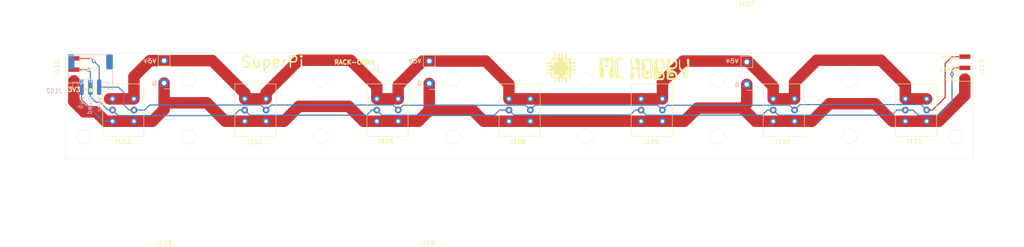
<source format=kicad_pcb>
(kicad_pcb (version 20171130) (host pcbnew 5.1.12-84ad8e8a86~92~ubuntu18.04.1)

  (general
    (thickness 1.6)
    (drawings 75)
    (tracks 164)
    (zones 0)
    (modules 15)
    (nets 5)
  )

  (page A4)
  (layers
    (0 F.Cu signal)
    (31 B.Cu signal)
    (32 B.Adhes user)
    (33 F.Adhes user)
    (34 B.Paste user)
    (35 F.Paste user)
    (36 B.SilkS user)
    (37 F.SilkS user)
    (38 B.Mask user)
    (39 F.Mask user)
    (40 Dwgs.User user)
    (41 Cmts.User user)
    (42 Eco1.User user)
    (43 Eco2.User user)
    (44 Edge.Cuts user)
    (45 Margin user)
    (46 B.CrtYd user)
    (47 F.CrtYd user)
    (48 B.Fab user)
    (49 F.Fab user)
  )

  (setup
    (last_trace_width 0.25)
    (trace_clearance 0.2)
    (zone_clearance 0.508)
    (zone_45_only no)
    (trace_min 0.2)
    (via_size 0.8)
    (via_drill 0.4)
    (via_min_size 0.4)
    (via_min_drill 0.3)
    (uvia_size 0.3)
    (uvia_drill 0.1)
    (uvias_allowed no)
    (uvia_min_size 0.2)
    (uvia_min_drill 0.1)
    (edge_width 0.05)
    (segment_width 0.2)
    (pcb_text_width 0.3)
    (pcb_text_size 1.5 1.5)
    (mod_edge_width 0.12)
    (mod_text_size 1 1)
    (mod_text_width 0.15)
    (pad_size 1.524 1.524)
    (pad_drill 0.762)
    (pad_to_mask_clearance 0)
    (aux_axis_origin 0 0)
    (visible_elements FFFFFF7F)
    (pcbplotparams
      (layerselection 0x010fc_ffffffff)
      (usegerberextensions false)
      (usegerberattributes true)
      (usegerberadvancedattributes true)
      (creategerberjobfile true)
      (excludeedgelayer true)
      (linewidth 0.100000)
      (plotframeref false)
      (viasonmask false)
      (mode 1)
      (useauxorigin false)
      (hpglpennumber 1)
      (hpglpenspeed 20)
      (hpglpendiameter 15.000000)
      (psnegative false)
      (psa4output false)
      (plotreference true)
      (plotvalue true)
      (plotinvisibletext false)
      (padsonsilk false)
      (subtractmaskfromsilk false)
      (outputformat 1)
      (mirror false)
      (drillshape 0)
      (scaleselection 1)
      (outputdirectory "v001/"))
  )

  (net 0 "")
  (net 1 +5C)
  (net 2 GND)
  (net 3 /panic)
  (net 4 /misc)

  (net_class Default "This is the default net class."
    (clearance 0.2)
    (trace_width 0.25)
    (via_dia 0.8)
    (via_drill 0.4)
    (uvia_dia 0.3)
    (uvia_drill 0.1)
    (add_net /misc)
    (add_net /panic)
  )

  (net_class PWR ""
    (clearance 0.3)
    (trace_width 2.6)
    (via_dia 0.8)
    (via_drill 0.4)
    (uvia_dia 0.3)
    (uvia_drill 0.1)
    (add_net +5C)
    (add_net GND)
  )

  (module Logo:MCH_name (layer F.Cu) (tedit 60C65A25) (tstamp 65C71504)
    (at 181.4 79.5)
    (fp_text reference G*** (at 0 0) (layer F.SilkS) hide
      (effects (font (size 1.524 1.524) (thickness 0.3)))
    )
    (fp_text value LOGO (at 0.75 0) (layer F.SilkS) hide
      (effects (font (size 1.524 1.524) (thickness 0.3)))
    )
    (fp_poly (pts (xy 5.9 -2.25) (xy 5.95 -2.2) (xy 6 -2.103847) (xy 6 -1.95)
      (xy 6 -1.6) (xy 5.952759 -1.45) (xy 5.85 -1.35) (xy 5.75 -1.3)
      (xy 5.7 -1.25) (xy 5.65 -1.150157) (xy 5.65 -0.4) (xy 5.7 -0.3)
      (xy 5.8 -0.25) (xy 6.05 -0.25) (xy 6.401169 -0.25) (xy 6.65 -0.3)
      (xy 6.85 -0.45) (xy 7 -0.6) (xy 7.05 -0.857338) (xy 7.05 -1.1)
      (xy 7 -1.3) (xy 6.929759 -1.486152) (xy 6.85 -1.616776) (xy 6.75 -1.7)
      (xy 6.6 -1.7) (xy 6.538462 -1.75) (xy 6.48705 -1.8) (xy 6.45 -1.89763)
      (xy 6.45 -2.2) (xy 6.5 -2.25) (xy 6.6 -2.3) (xy 6.9 -2.3)
      (xy 7 -2.25) (xy 7.1 -2.15) (xy 7.2 -2) (xy 7.25 -1.85)
      (xy 7.3 -1.7) (xy 7.35 -1.5) (xy 7.4 -1.25) (xy 7.4 -1.181576)
      (xy 7.4 -0.973893) (xy 7.4 -0.75) (xy 7.35 -0.5) (xy 7.3 -0.35)
      (xy 7.169795 -0.2) (xy 7.037052 -0.05) (xy 6.852158 0.1) (xy 6.5 0.2)
      (xy 6.15 0.2) (xy 6 0.2) (xy 6 0.35) (xy 6.2 0.35)
      (xy 6.35 0.35) (xy 6.5 0.4) (xy 6.7 0.5) (xy 6.816937 0.57279)
      (xy 6.942263 0.650801) (xy 7.06759 0.728814) (xy 7.2 0.85) (xy 7.3 1)
      (xy 7.35 1.2) (xy 7.399425 1.475815) (xy 7.4 1.762907) (xy 7.35 2.05)
      (xy 7.3 2.211342) (xy 7.25 2.305671) (xy 7.2 2.4) (xy 7.1 2.5)
      (xy 7 2.55) (xy 6.95 2.566216) (xy 6.825 2.583108) (xy 6.7 2.6)
      (xy 6.541111 2.598899) (xy 5.9 2.6) (xy 5.5 2.6) (xy 5.292986 2.554378)
      (xy 5.15 2.5) (xy 5.05 2.4) (xy 5 2.3) (xy 5 1.85)
      (xy 5 1.5) (xy 5.55 1.52) (xy 5.55 2.05) (xy 5.6 2.1)
      (xy 5.7 2.15) (xy 5.8 2.15) (xy 6.25 2.15) (xy 6.75 2.15)
      (xy 6.85 2.1) (xy 6.95 2) (xy 7 1.915457) (xy 7.008608 1.830914)
      (xy 7.003817 1.419779) (xy 6.9 1.229335) (xy 6.8 1.15) (xy 6.651969 1.05)
      (xy 6.492444 1) (xy 5.8 1) (xy 5.75 1.05) (xy 5.8 1.1)
      (xy 5.85 1.15) (xy 5.9 1.15) (xy 6.35 1.15) (xy 6.493763 1.2)
      (xy 6.55 1.25) (xy 6.6 1.303595) (xy 6.65 1.45) (xy 6.65 1.503268)
      (xy 6.65 1.6) (xy 6.625 1.7) (xy 6.6 1.75) (xy 6.55 1.8)
      (xy 6.4 1.8) (xy 6.25 1.8) (xy 6 1.8) (xy 5.9 1.8)
      (xy 5.8 1.75) (xy 5.75 1.7) (xy 5.710927 1.6) (xy 5.7 1.19723)
      (xy 5.65 1.15) (xy 5.6 1.15) (xy 5.55 1.193464) (xy 5.55 1.25)
      (xy 5.55 1.377792) (xy 5.55 1.52) (xy 5 1.52) (xy 5.005403 1.35)
      (xy 4.99741 0.442247) (xy 5.05 -0.5) (xy 5.05 -1.35) (xy 5.05 -2.1)
      (xy 5.1 -2.2) (xy 5.15 -2.25) (xy 5.25 -2.3) (xy 5.55 -2.3)
      (xy 5.75 -2.3)) (layer F.SilkS) (width 0.01))
    (fp_poly (pts (xy -7.2 -2.2) (xy -7.05 -2) (xy -7 -1.75) (xy -7 -0.35)
      (xy -7.00632 2) (xy -7.05 2.15) (xy -7.15 2.3) (xy -7.65 2.3)
      (xy -7.85 2.1) (xy -7.95 1.7) (xy -8.05 1) (xy -7.95 0.35)
      (xy -7.8 -0.127957) (xy -7.65 -0.5) (xy -7.5 -1.2) (xy -7.55 -1.7)
      (xy -7.8 -1.85) (xy -8.15 -1.8) (xy -8.35 -1.55) (xy -8.50731 -1.1)
      (xy -8.65 -1.1) (xy -8.8 -1.55) (xy -9 -1.8) (xy -9.371181 -1.871579)
      (xy -9.6 -1.7) (xy -9.65 -1.2) (xy -9.549832 -0.545527) (xy -9.357827 -0.108142)
      (xy -9.339655 -0.088707) (xy -9.17385 0.341197) (xy -9.136276 1.014519) (xy -9.211596 1.711775)
      (xy -9.35 2.1) (xy -9.50829 2.3) (xy -10.05 2.3) (xy -10.15 2.15)
      (xy -10.2 2) (xy -10.2 1.65) (xy -10.2 0.2) (xy -10.2 -1.75)
      (xy -10.1 -2.05) (xy -9.9 -2.25) (xy -9.65 -2.35) (xy -8.7 -2.35)
      (xy -7.95 -2.35) (xy -7.45 -2.35)) (layer F.SilkS) (width 0.01))
    (fp_poly (pts (xy -4.95 -2.25) (xy -4.9 -2.2) (xy -4.85 -2.1) (xy -4.85 -2)
      (xy -4.9 -1.95) (xy -4.95 -1.9) (xy -5.05 -1.85) (xy -5.771765 -1.849397)
      (xy -5.95 -1.8) (xy -6.047291 -1.6) (xy -6.064889 -1.322126) (xy -6.074293 -0.583827)
      (xy -6.061469 -0.000137) (xy -6.05 1.4) (xy -6.014455 1.55) (xy -5.948343 1.7)
      (xy -5.85 1.8) (xy -5.515374 1.8) (xy -5.2 1.8) (xy -5.05 1.8)
      (xy -4.95 1.848882) (xy -4.9 1.897764) (xy -4.85 2) (xy -4.85 2.1)
      (xy -4.892 2.2) (xy -4.946 2.25) (xy -5.05 2.3) (xy -5.95 2.3)
      (xy -6.15 2.25) (xy -6.35 2.1) (xy -6.5 1.9) (xy -6.6 1.65)
      (xy -6.65198 1.35) (xy -6.65 -0.15) (xy -6.65 -1.7) (xy -6.6 -1.9)
      (xy -6.55 -2.05) (xy -6.45 -2.15) (xy -6.3 -2.25) (xy -6.15 -2.3)
      (xy -5.05 -2.3)) (layer F.SilkS) (width 0.01))
    (fp_poly (pts (xy -1.3 -2.15) (xy -1.2 -2.1) (xy -1.15 -2) (xy -1.1 -1.9)
      (xy -1.097712 -1.410543) (xy -1.1 -0.55) (xy -1.1 -0.05) (xy -1.100987 1.000649)
      (xy -1.1 1.798081) (xy -1.1 2.25) (xy -1.15 2.35) (xy -1.25 2.4)
      (xy -1.336843 2.4) (xy -1.44543 2.35) (xy -1.512376 2.3) (xy -1.55 2.2)
      (xy -1.55 1.587479) (xy -1.604211 1.352622) (xy -1.6 0.657502) (xy -1.65 0.45)
      (xy -1.7 0.35) (xy -1.75 0.3) (xy -1.8 0.25) (xy -2.65 0.25)
      (xy -2.750062 0.32257) (xy -2.8 0.4) (xy -2.8 0.499238) (xy -2.784955 0.571722)
      (xy -2.683092 0.784528) (xy -2.5 1.35) (xy -2.440659 1.55) (xy -2.45 2.15)
      (xy -2.5 2.25) (xy -2.6 2.35) (xy -2.702096 2.4) (xy -2.9 2.4)
      (xy -3 2.35) (xy -3.1 2.25) (xy -3.15 2.1) (xy -3.15 1.307072)
      (xy -3.15 0.25) (xy -3.15 0) (xy -3.15 -0.982582) (xy -3.15 -2.15)
      (xy -3.1 -2.2) (xy -2.95 -2.2) (xy -2.9 -2.15) (xy -2.85 -2.1)
      (xy -2.842304 -1.8) (xy -2.8 -0.65) (xy -2.75 -0.548608) (xy -2.7 -0.5)
      (xy -2.6 -0.408145) (xy -2.5 -0.35) (xy -2.35 -0.315615) (xy -2.1 -0.3)
      (xy -1.9 -0.3) (xy -1.75 -0.3) (xy -1.7 -0.35) (xy -1.65 -0.396331)
      (xy -1.65 -0.6) (xy -1.672985 -0.7) (xy -1.8 -0.95) (xy -1.95 -1.15)
      (xy -2.03515 -1.2) (xy -2.1 -1.25) (xy -2.15 -1.35) (xy -2.15 -1.9)
      (xy -2.1 -2.05) (xy -2 -2.15) (xy -1.9 -2.2) (xy -1.604211 -2.2)
      (xy -1.4 -2.2)) (layer F.SilkS) (width 0.01))
    (fp_poly (pts (xy 1.4 -2.2) (xy 1.55 -2.1) (xy 1.601121 -2.025) (xy 1.652242 -1.95)
      (xy 1.7 -1.7) (xy 1.75 -1.4) (xy 1.8 -0.85) (xy 1.8 0.12857)
      (xy 1.8 1.1) (xy 1.746372 1.55) (xy 1.692742 1.790961) (xy 1.6 2)
      (xy 1.444537 2.2) (xy 1.25 2.3) (xy 1.05 2.374103) (xy 0.236227 2.367119)
      (xy -0.1 2.3) (xy -0.3 2.2) (xy -0.45 2.088173) (xy -0.6 1.9)
      (xy -0.7 1.649292) (xy -0.75 1.25) (xy -0.75 1.15) (xy -0.2 1.15)
      (xy -0.2 1.35) (xy -0.15 1.5) (xy -0.05 1.7) (xy 0.014957 1.789601)
      (xy 0.089889 1.85) (xy 0.2 1.9) (xy 0.4 1.9) (xy 0.7 1.9)
      (xy 1 1.9) (xy 1.075 1.9) (xy 1.15 1.85) (xy 1.2 1.8)
      (xy 1.25 1.718084) (xy 1.3 1.581916) (xy 1.35 1.4) (xy 1.35 1.199679)
      (xy 1.35 1.1) (xy 1.282541 1.05) (xy 1.2 1.05) (xy 1.15 1.1)
      (xy 1.1 1.2) (xy 1.093881 1.306566) (xy 1.092363 1.30896) (xy 1.05 1.4)
      (xy 0.95 1.45) (xy 0.6 1.45) (xy 0.4 1.45) (xy 0.263811 1.417565)
      (xy 0.151251 1.35) (xy 0.1 1.3) (xy 0.05 1.2) (xy 0.05 0.913012)
      (xy 0.05 0.8) (xy 0.1 0.705772) (xy 0.2 0.65) (xy 0.35 0.600634)
      (xy 0.650559 0.6) (xy 0.85 0.600176) (xy 1 0.638416) (xy 1.1 0.65)
      (xy 1.2 0.6) (xy 1.25 0.513037) (xy 1.271428 0.456319) (xy 1.3 0.2)
      (xy 1.328572 -0.1) (xy 1.336842 -0.44652) (xy 1.3 -1) (xy 1.25 -1.363742)
      (xy 1.15 -1.658863) (xy 1.1 -1.75) (xy 1 -1.8) (xy 0.861152 -1.813119)
      (xy 0.243716 -1.810639) (xy 0.05 -1.8) (xy -0.05 -1.75) (xy -0.15 -1.65)
      (xy -0.2 -1.55) (xy -0.2 -1.444683) (xy -0.2 -1.35) (xy -0.15 -1.3)
      (xy -0.044709 -1.25) (xy 0.05 -1.15105) (xy 0.1 -1.05) (xy 0.15 -0.902308)
      (xy 0.15 -0.65) (xy 0.131484 0.156646) (xy 0.05 0.4) (xy -0.042197 0.502948)
      (xy -0.15 0.6) (xy -0.2 0.7) (xy -0.21049 0.8) (xy -0.2 1.15)
      (xy -0.75 1.15) (xy -0.75 0.25) (xy -0.762237 -1.4) (xy -0.75 -1.575)
      (xy -0.7 -1.75) (xy -0.6 -2) (xy -0.55 -2.1) (xy -0.45 -2.2)
      (xy -0.3 -2.25) (xy 1.25 -2.25)) (layer F.SilkS) (width 0.01))
    (fp_poly (pts (xy 3.05 -2.2) (xy 3.1 -2.15) (xy 3.15 -2.053847) (xy 3.15 -1.9)
      (xy 3.15 -1.55) (xy 3.102759 -1.4) (xy 3 -1.3) (xy 2.9 -1.25)
      (xy 2.85 -1.2) (xy 2.8 -1.100157) (xy 2.8 -0.35) (xy 2.85 -0.25)
      (xy 2.95 -0.2) (xy 3.2 -0.2) (xy 3.551169 -0.2) (xy 3.8 -0.25)
      (xy 4 -0.4) (xy 4.15 -0.55) (xy 4.2 -0.807338) (xy 4.2 -1.05)
      (xy 4.15 -1.25) (xy 4.079759 -1.436152) (xy 4 -1.566776) (xy 3.9 -1.65)
      (xy 3.75 -1.65) (xy 3.688462 -1.7) (xy 3.63705 -1.75) (xy 3.6 -1.84763)
      (xy 3.6 -2.15) (xy 3.65 -2.2) (xy 3.75 -2.25) (xy 4.05 -2.25)
      (xy 4.15 -2.2) (xy 4.25 -2.1) (xy 4.35 -1.95) (xy 4.4 -1.8)
      (xy 4.45 -1.65) (xy 4.5 -1.45) (xy 4.55 -1.2) (xy 4.55 -1.131576)
      (xy 4.55 -0.923893) (xy 4.55 -0.7) (xy 4.5 -0.45) (xy 4.45 -0.3)
      (xy 4.319795 -0.15) (xy 4.187052 0) (xy 4.002158 0.15) (xy 3.65 0.25)
      (xy 3.3 0.25) (xy 3.15 0.25) (xy 3.15 0.4) (xy 3.35 0.4)
      (xy 3.5 0.4) (xy 3.65 0.45) (xy 3.85 0.55) (xy 3.966937 0.62279)
      (xy 4.092263 0.700801) (xy 4.21759 0.778814) (xy 4.35 0.9) (xy 4.45 1.05)
      (xy 4.5 1.25) (xy 4.549425 1.525815) (xy 4.55 1.812907) (xy 4.5 2.1)
      (xy 4.45 2.261342) (xy 4.4 2.355671) (xy 4.35 2.45) (xy 4.25 2.55)
      (xy 4.15 2.6) (xy 4.1 2.616216) (xy 3.975 2.633108) (xy 3.85 2.65)
      (xy 3.691111 2.648899) (xy 3.05 2.65) (xy 2.65 2.65) (xy 2.442986 2.604378)
      (xy 2.3 2.55) (xy 2.2 2.45) (xy 2.15 2.35) (xy 2.15 1.9)
      (xy 2.15 1.55) (xy 2.7 1.57) (xy 2.7 2.1) (xy 2.75 2.15)
      (xy 2.85 2.2) (xy 2.95 2.2) (xy 3.4 2.2) (xy 3.9 2.2)
      (xy 4 2.15) (xy 4.1 2.05) (xy 4.15 1.965457) (xy 4.158608 1.880914)
      (xy 4.153817 1.469779) (xy 4.05 1.279335) (xy 3.95 1.2) (xy 3.801969 1.1)
      (xy 3.642444 1.05) (xy 2.95 1.05) (xy 2.9 1.1) (xy 2.95 1.15)
      (xy 3 1.2) (xy 3.05 1.2) (xy 3.5 1.2) (xy 3.643763 1.25)
      (xy 3.7 1.3) (xy 3.75 1.353595) (xy 3.8 1.5) (xy 3.8 1.553268)
      (xy 3.8 1.65) (xy 3.775 1.75) (xy 3.75 1.8) (xy 3.7 1.85)
      (xy 3.55 1.85) (xy 3.4 1.85) (xy 3.15 1.85) (xy 3.05 1.85)
      (xy 2.95 1.8) (xy 2.9 1.75) (xy 2.860927 1.65) (xy 2.85 1.24723)
      (xy 2.8 1.2) (xy 2.75 1.2) (xy 2.7 1.243464) (xy 2.7 1.3)
      (xy 2.7 1.427792) (xy 2.7 1.57) (xy 2.15 1.57) (xy 2.155403 1.4)
      (xy 2.14741 0.492247) (xy 2.2 -0.45) (xy 2.2 -1.3) (xy 2.2 -2.05)
      (xy 2.25 -2.15) (xy 2.3 -2.2) (xy 2.4 -2.25) (xy 2.7 -2.25)
      (xy 2.9 -2.25)) (layer F.SilkS) (width 0.01))
    (fp_poly (pts (xy 8.05 -0.8) (xy 8.1 -0.4) (xy 8.25 -0.05) (xy 8.5 0.15)
      (xy 8.9 0.2) (xy 9.3 0.15) (xy 9.55 -0.05) (xy 9.663132 -0.415091)
      (xy 9.7 -0.784909) (xy 9.625263 -1.051714) (xy 9.6 -1.45) (xy 9.6 -1.75)
      (xy 9.6 -2) (xy 9.65 -2.15) (xy 9.8 -2.2) (xy 10 -2.2)
      (xy 10.1 -2.1) (xy 10.15 -1.914276) (xy 10.176193 -1.358853) (xy 10.15 -0.95)
      (xy 10.1 -0.5) (xy 10.05 -0.313274) (xy 10 -0.1) (xy 9.9 0.175)
      (xy 9.75 0.35) (xy 9.55 0.45) (xy 9.375 0.55) (xy 9.25 0.65)
      (xy 9.208868 0.8) (xy 9.091132 1.85) (xy 9.1 1.95) (xy 9.128786 2)
      (xy 9.2 2.05) (xy 9.3 2.1) (xy 9.35 2.15) (xy 9.35 2.2)
      (xy 9.35 2.3) (xy 9.3 2.35) (xy 9.2 2.4) (xy 9.1 2.4)
      (xy 9 2.4) (xy 8.85 2.4) (xy 8.7 2.4) (xy 8.65 2.35)
      (xy 8.6 2.2) (xy 8.6 2.1) (xy 8.65 1.95) (xy 8.7 1.7)
      (xy 8.7 1.501471) (xy 8.7 1.1) (xy 8.65 0.75) (xy 8.4 0.65)
      (xy 8.154736 0.534737) (xy 7.95 0.3) (xy 7.85 -0.05) (xy 7.8 -0.352679)
      (xy 7.791625 -1.035369) (xy 7.796698 -1.650027) (xy 7.8 -2.05) (xy 7.85 -2.15)
      (xy 8 -2.136316) (xy 8.05 -2) (xy 8.05 -1.85) (xy 8.05 -1.25)) (layer F.SilkS) (width 0.01))
    (fp_poly (pts (xy -8.15 -0.6) (xy -8.15 -0.4) (xy -8.3 -0.3) (xy -8.85 -0.3)
      (xy -9 -0.4) (xy -9 -0.6) (xy -8.95 -0.7) (xy -8.7 -0.8)
      (xy -8.45 -0.8) (xy -8.2 -0.7)) (layer F.SilkS) (width 0.01))
  )

  (module Logo:MCH_logo (layer F.Cu) (tedit 60C61A3B) (tstamp 65C714BE)
    (at 162.3 79.5)
    (fp_text reference G*** (at 0 0) (layer F.SilkS) hide
      (effects (font (size 1.524 1.524) (thickness 0.3)))
    )
    (fp_text value LOGO (at 0.75 0) (layer F.SilkS) hide
      (effects (font (size 1.524 1.524) (thickness 0.3)))
    )
    (fp_poly (pts (xy 1.296044 -3.4) (xy 1.4 -3.4) (xy 1.4 -2.4) (xy 1.871579 -2.4)
      (xy 2.35 -2.4) (xy 2.35 -1.871579) (xy 2.35 -1.45) (xy 2.874211 -1.45)
      (xy 3.35 -1.45) (xy 3.35 -1.1) (xy 2.8 -1.1) (xy 2.35 -1.1)
      (xy 2.35 -0.65) (xy 2.941053 -0.65) (xy 3.35 -0.65) (xy 3.35 -0.3)
      (xy 3.007895 -0.3) (xy 2.35 -0.3) (xy 2.35 0.15) (xy 2.867589 0.15)
      (xy 3.35 0.15) (xy 3.35 0.5) (xy 3.013862 0.5) (xy 2.874211 0.5)
      (xy 2.35 0.5) (xy 2.35 0.95) (xy 2.8 0.95) (xy 3.35 0.95)
      (xy 3.35 1.3) (xy 2.9 1.3) (xy 2.35 1.3) (xy 2.35 1.78871)
      (xy 2.35 2.005263) (xy 2.35 2.2) (xy 1.9 2.2) (xy 1.45 2.2)
      (xy 1.45 2.85) (xy 1.45 3.203727) (xy 1.1 3.2) (xy 1.1 2.887106)
      (xy 1.1 2.2) (xy 0.8 2.2) (xy 0.65 2.2) (xy 0.65 2.874211)
      (xy 0.65 3.203727) (xy 0.3 3.2) (xy 0.298383 2.75) (xy 0.3 2.2)
      (xy 0 2.2) (xy -0.15 2.2) (xy -0.15 2.7) (xy -0.15 3.2)
      (xy -0.493939 3.2) (xy -0.503722 2.874211) (xy -0.5 2.2) (xy -0.782501 2.2)
      (xy -0.95 2.2) (xy -0.95 2.85) (xy -0.95 3.203727) (xy -1.296044 3.2)
      (xy -1.3 2.75) (xy -1.3 2.2) (xy -1.85 2.2) (xy -2.2 2.2)
      (xy -2.2 1.95) (xy -2.2 1.3) (xy -2.45 1.3) (xy -2.9 1.3)
      (xy -3.2 1.3) (xy -3.2 0.95) (xy -2.3 0.95) (xy -2.2 0.95)
      (xy -1.85 0.95) (xy -1.85 1.85) (xy -1.464596 1.85) (xy -1.136316 1.85)
      (xy -0.5 1.85) (xy -0.5 1.7) (xy 0.65 1.7) (xy 0.65 1.85)
      (xy 1.136316 1.85) (xy 1.95 1.85) (xy 1.95 1.45) (xy 1.95 0.5)
      (xy 1.6 0.5) (xy 1.6 0.9) (xy 1.6 1.4) (xy 1.5 1.5)
      (xy 0.65 1.5) (xy 0.65 1.7) (xy -0.5 1.7) (xy -0.5 1.5)
      (xy -0.95 1.5) (xy -1.4 1.5) (xy -1.5 1.4) (xy -1.5 0.5)
      (xy -1.85 0.5) (xy -1.85 0.95) (xy -2.2 0.95) (xy -2.2 0.75)
      (xy -2.2 0.5) (xy -2.85 0.5) (xy -3.2 0.5) (xy -3.2 0.15)
      (xy -2.4 0.15) (xy -2.2 0.15) (xy -2.2 -0.3) (xy -2.7 -0.3)
      (xy -3.2 -0.3) (xy -3.2 -0.65) (xy -2.874211 -0.65) (xy -2.2 -0.65)
      (xy -2.2 -0.75) (xy -2.2 -1.1) (xy -2.85 -1.1) (xy -3.2 -1.1)
      (xy -3.2 -1.45) (xy -2.35 -1.45) (xy -2.2 -1.45) (xy -1.85 -1.45)
      (xy -1.85 -1.15) (xy -1.85 -0.7) (xy -1.5 -0.7) (xy -1.5 -1.55)
      (xy -1.4 -1.65) (xy -0.98619 -1.65) (xy -0.55 -1.65) (xy -0.55 -1.9)
      (xy 0.65 -1.8) (xy 0.65 -1.65) (xy 1 -1.65) (xy 1.4 -1.65)
      (xy 1.5 -1.65) (xy 1.6 -1.55) (xy 1.6 -0.65) (xy 1.95 -0.65)
      (xy 1.95 -1.2) (xy 1.95 -2) (xy 1.405086 -2) (xy 0.65 -2)
      (xy 0.65 -1.8) (xy -0.55 -1.9) (xy -0.55 -2) (xy -1.3 -2)
      (xy -1.85 -2) (xy -1.85 -1.45) (xy -2.25 -1.45) (xy -2.25 -1.65)
      (xy -2.25 -1.9) (xy -2.25 -2.4) (xy -1.85 -2.4) (xy -1.35 -2.4)
      (xy -1.35 -2.874211) (xy -1.35 -3.4) (xy -1 -3.4) (xy -1 -2.874211)
      (xy -1 -2.4) (xy -0.82171 -2.4) (xy -0.55 -2.4) (xy -0.55 -2.874211)
      (xy -0.55 -3.4) (xy -0.2 -3.4) (xy -0.2 -2.874211) (xy -0.2 -2.4)
      (xy -0.019605 -2.4) (xy 0.247907 -2.4) (xy 0.25 -2.85) (xy 0.25 -3.4)
      (xy 0.6 -3.4) (xy 0.6 -2.874211) (xy 0.6 -2.4) (xy 1.05 -2.4)
      (xy 1.05 -2.874211) (xy 1.05 -3.4) (xy 1.2 -3.4)) (layer F.SilkS) (width 0.01))
  )

  (module connectors:PadHeader_1x03_P2.54mm_SMD (layer F.Cu) (tedit 65C64191) (tstamp 65C70C6B)
    (at 254.1 81.9 180)
    (descr "surface-mounted straight pin header, 1x02, 2.54mm pitch, single row, style 1 (pin 1 left)")
    (tags "Surface mounted pin header SMD 1x02 2.54mm single row style1 pin1 left")
    (path /65C6BC05)
    (attr smd)
    (fp_text reference J113 (at -3.8 2.7 90) (layer F.SilkS)
      (effects (font (size 1 1) (thickness 0.15)))
    )
    (fp_text value Conn_JstPH_replicat (at -0.2 6.7) (layer F.Fab)
      (effects (font (size 1 1) (thickness 0.15)))
    )
    (fp_circle (center -1.6 -0.7) (end -1.5 -0.6) (layer F.SilkS) (width 0.12))
    (fp_line (start 1.3 5.7) (end -1.27 5.7) (layer F.Fab) (width 0.1))
    (fp_line (start -1.3 -0.5) (end 1.27 -0.5) (layer F.Fab) (width 0.1))
    (fp_line (start -1.3 5.7) (end -1.3 -0.5) (layer F.Fab) (width 0.1))
    (fp_line (start 1.27 -0.5) (end 1.27 5.7) (layer F.Fab) (width 0.1))
    (fp_line (start -1.33 -0.5) (end 1.3 -0.5) (layer F.SilkS) (width 0.12))
    (fp_line (start -1.33 5.7) (end 1.3 5.7) (layer F.SilkS) (width 0.12))
    (fp_line (start 1.3 -0.5) (end 1.3 5.7) (layer F.SilkS) (width 0.12))
    (fp_line (start -1.33 -0.5) (end -1.33 5.7) (layer F.SilkS) (width 0.12))
    (fp_line (start -1.3 -0.5) (end -1.3 5.7) (layer F.CrtYd) (width 0.05))
    (fp_line (start -1.3 5.7) (end 1.3 5.7) (layer F.CrtYd) (width 0.05))
    (fp_line (start 1.3 5.7) (end 1.3 -0.5) (layer F.CrtYd) (width 0.05))
    (fp_line (start 1.3 -0.5) (end -1.3 -0.5) (layer F.CrtYd) (width 0.05))
    (fp_text user %R (at 0.24 2.5 90) (layer F.Fab)
      (effects (font (size 1 1) (thickness 0.15)))
    )
    (pad 3 smd rect (at 0 5.08 180) (size 2.51 1) (layers F.Cu F.Paste F.Mask)
      (net 4 /misc))
    (pad 2 smd rect (at 0 2.54 180) (size 2.51 1) (layers F.Cu F.Paste F.Mask)
      (net 3 /panic))
    (pad 1 smd rect (at 0 0 180) (size 2.51 1) (layers F.Cu F.Paste F.Mask)
      (net 2 GND))
  )

  (module connectors:PadHeader_1x03_P2.54mm_SMD (layer F.Cu) (tedit 65C64191) (tstamp 65C70C56)
    (at 51.8 82.3 180)
    (descr "surface-mounted straight pin header, 1x02, 2.54mm pitch, single row, style 1 (pin 1 left)")
    (tags "Surface mounted pin header SMD 1x02 2.54mm single row style1 pin1 left")
    (path /65C68D97)
    (attr smd)
    (fp_text reference J112 (at 3.9 2.9 90) (layer F.SilkS)
      (effects (font (size 1 1) (thickness 0.15)))
    )
    (fp_text value Conn_JstPH_replicat (at -0.2 6.7) (layer F.Fab)
      (effects (font (size 1 1) (thickness 0.15)))
    )
    (fp_circle (center -1.6 -0.7) (end -1.5 -0.6) (layer F.SilkS) (width 0.12))
    (fp_line (start 1.3 5.7) (end -1.27 5.7) (layer F.Fab) (width 0.1))
    (fp_line (start -1.3 -0.5) (end 1.27 -0.5) (layer F.Fab) (width 0.1))
    (fp_line (start -1.3 5.7) (end -1.3 -0.5) (layer F.Fab) (width 0.1))
    (fp_line (start 1.27 -0.5) (end 1.27 5.7) (layer F.Fab) (width 0.1))
    (fp_line (start -1.33 -0.5) (end 1.3 -0.5) (layer F.SilkS) (width 0.12))
    (fp_line (start -1.33 5.7) (end 1.3 5.7) (layer F.SilkS) (width 0.12))
    (fp_line (start 1.3 -0.5) (end 1.3 5.7) (layer F.SilkS) (width 0.12))
    (fp_line (start -1.33 -0.5) (end -1.33 5.7) (layer F.SilkS) (width 0.12))
    (fp_line (start -1.3 -0.5) (end -1.3 5.7) (layer F.CrtYd) (width 0.05))
    (fp_line (start -1.3 5.7) (end 1.3 5.7) (layer F.CrtYd) (width 0.05))
    (fp_line (start 1.3 5.7) (end 1.3 -0.5) (layer F.CrtYd) (width 0.05))
    (fp_line (start 1.3 -0.5) (end -1.3 -0.5) (layer F.CrtYd) (width 0.05))
    (fp_text user %R (at 0 0 270) (layer F.Fab)
      (effects (font (size 1 1) (thickness 0.15)))
    )
    (pad 3 smd rect (at 0 5.08 180) (size 2.51 1) (layers F.Cu F.Paste F.Mask)
      (net 4 /misc))
    (pad 2 smd rect (at 0 2.54 180) (size 2.51 1) (layers F.Cu F.Paste F.Mask)
      (net 3 /panic))
    (pad 1 smd rect (at 0 0 180) (size 2.51 1) (layers F.Cu F.Paste F.Mask)
      (net 2 GND))
  )

  (module connectors:PinHeader_1x02_P5.08mm_Vertical (layer F.Cu) (tedit 60380F70) (tstamp 65C711AC)
    (at 72.3 82.8 180)
    (descr "Through hole straight pin header, 1x02, 2.54mm pitch, single row")
    (tags "Through hole pin header THT 1x02 2.54mm single row")
    (path /65CA6C24)
    (fp_text reference J101 (at 0 -36.3) (layer F.SilkS)
      (effects (font (size 1 1) (thickness 0.15)))
    )
    (fp_text value Conn_PWR_IN (at 0.1778 8.1788) (layer F.Fab)
      (effects (font (size 1 1) (thickness 0.15)))
    )
    (fp_line (start -0.635 -1.27) (end 1.27 -1.27) (layer F.Fab) (width 0.1))
    (fp_line (start 1.27 -1.27) (end 1.27 6.35) (layer F.Fab) (width 0.1))
    (fp_line (start 1.27 6.35) (end -1.27 6.35) (layer F.Fab) (width 0.1))
    (fp_line (start -1.27 6.35) (end -1.27 -0.635) (layer F.Fab) (width 0.1))
    (fp_line (start -1.27 -0.635) (end -0.635 -1.27) (layer F.Fab) (width 0.1))
    (fp_line (start -1.33 6.41) (end 1.33 6.41) (layer F.SilkS) (width 0.12))
    (fp_line (start -1.33 3.81) (end -1.33 6.41) (layer F.SilkS) (width 0.12))
    (fp_line (start 1.33 3.81) (end 1.33 6.41) (layer F.SilkS) (width 0.12))
    (fp_line (start -1.33 3.81) (end 1.33 3.81) (layer F.SilkS) (width 0.12))
    (fp_line (start -1.33 0) (end -1.33 -1.33) (layer F.SilkS) (width 0.12))
    (fp_line (start -1.33 -1.33) (end 0 -1.33) (layer F.SilkS) (width 0.12))
    (fp_line (start -1.8 -1.8) (end -1.8 6.8326) (layer F.CrtYd) (width 0.05))
    (fp_line (start -1.8 6.8326) (end 1.8 6.8326) (layer F.CrtYd) (width 0.05))
    (fp_line (start 1.8 6.8326) (end 1.8 -1.8) (layer F.CrtYd) (width 0.05))
    (fp_line (start 1.8 -1.8) (end -1.8 -1.8) (layer F.CrtYd) (width 0.05))
    (fp_text user %R (at 0 1.27 90) (layer F.Fab)
      (effects (font (size 1 1) (thickness 0.15)))
    )
    (pad 2 thru_hole oval (at 0 5.08 180) (size 1.7 1.7) (drill 1) (layers *.Cu *.Mask)
      (net 1 +5C))
    (pad 1 thru_hole rect (at 0 0 180) (size 1.7 1.7) (drill 1) (layers *.Cu *.Mask)
      (net 2 GND))
    (model ${KISYS3DMOD}/Connector_PinHeader_2.54mm.3dshapes/PinHeader_1x02_P2.54mm_Vertical.wrl
      (at (xyz 0 0 0))
      (scale (xyz 1 1 1))
      (rotate (xyz 0 0 0))
    )
  )

  (module Connector_JST:JST_PH_S3B-PH-SM4-TB_1x03-1MP_P2.00mm_Horizontal (layer B.Cu) (tedit 5B78AD87) (tstamp 65C672DE)
    (at 55.55 80.9)
    (descr "JST PH series connector, S3B-PH-SM4-TB (http://www.jst-mfg.com/product/pdf/eng/ePH.pdf), generated with kicad-footprint-generator")
    (tags "connector JST PH top entry")
    (path /65CD110D)
    (attr smd)
    (fp_text reference J102 (at -8.25 3.7) (layer B.SilkS)
      (effects (font (size 1 1) (thickness 0.15)) (justify mirror))
    )
    (fp_text value Conn_JstPH (at 0 -5.8) (layer B.Fab)
      (effects (font (size 1 1) (thickness 0.15)) (justify mirror))
    )
    (fp_line (start -2 0.892893) (end -1.5 1.6) (layer B.Fab) (width 0.1))
    (fp_line (start -2.5 1.6) (end -2 0.892893) (layer B.Fab) (width 0.1))
    (fp_line (start 5.6 5.1) (end -5.6 5.1) (layer B.CrtYd) (width 0.05))
    (fp_line (start 5.6 -5.1) (end 5.6 5.1) (layer B.CrtYd) (width 0.05))
    (fp_line (start -5.6 -5.1) (end 5.6 -5.1) (layer B.CrtYd) (width 0.05))
    (fp_line (start -5.6 5.1) (end -5.6 -5.1) (layer B.CrtYd) (width 0.05))
    (fp_line (start 4.95 3.2) (end 4.95 -4.4) (layer B.Fab) (width 0.1))
    (fp_line (start -4.95 3.2) (end -4.95 -4.4) (layer B.Fab) (width 0.1))
    (fp_line (start -4.95 -4.4) (end 4.95 -4.4) (layer B.Fab) (width 0.1))
    (fp_line (start -3.34 -4.51) (end 3.34 -4.51) (layer B.SilkS) (width 0.12))
    (fp_line (start 4.04 1.71) (end 2.76 1.71) (layer B.SilkS) (width 0.12))
    (fp_line (start 4.04 3.31) (end 4.04 1.71) (layer B.SilkS) (width 0.12))
    (fp_line (start 5.06 3.31) (end 4.04 3.31) (layer B.SilkS) (width 0.12))
    (fp_line (start 5.06 -0.94) (end 5.06 3.31) (layer B.SilkS) (width 0.12))
    (fp_line (start -2.76 1.71) (end -2.76 4.6) (layer B.SilkS) (width 0.12))
    (fp_line (start -4.04 1.71) (end -2.76 1.71) (layer B.SilkS) (width 0.12))
    (fp_line (start -4.04 3.31) (end -4.04 1.71) (layer B.SilkS) (width 0.12))
    (fp_line (start -5.06 3.31) (end -4.04 3.31) (layer B.SilkS) (width 0.12))
    (fp_line (start -5.06 -0.94) (end -5.06 3.31) (layer B.SilkS) (width 0.12))
    (fp_line (start 4.15 3.2) (end 4.95 3.2) (layer B.Fab) (width 0.1))
    (fp_line (start 4.15 1.6) (end 4.15 3.2) (layer B.Fab) (width 0.1))
    (fp_line (start -4.15 1.6) (end 4.15 1.6) (layer B.Fab) (width 0.1))
    (fp_line (start -4.15 3.2) (end -4.15 1.6) (layer B.Fab) (width 0.1))
    (fp_line (start -4.95 3.2) (end -4.15 3.2) (layer B.Fab) (width 0.1))
    (fp_text user %R (at 0 -1.5) (layer B.Fab)
      (effects (font (size 1 1) (thickness 0.15)) (justify mirror))
    )
    (pad 1 smd roundrect (at -2 2.85) (size 1 3.5) (layers B.Cu B.Paste B.Mask) (roundrect_rratio 0.25)
      (net 2 GND))
    (pad 2 smd roundrect (at 0 2.85) (size 1 3.5) (layers B.Cu B.Paste B.Mask) (roundrect_rratio 0.25)
      (net 3 /panic))
    (pad 3 smd roundrect (at 2 2.85) (size 1 3.5) (layers B.Cu B.Paste B.Mask) (roundrect_rratio 0.25)
      (net 4 /misc))
    (pad MP smd roundrect (at -4.35 -2.9) (size 1.5 3.4) (layers B.Cu B.Paste B.Mask) (roundrect_rratio 0.1666666666666667))
    (pad MP smd roundrect (at 4.35 -2.9) (size 1.5 3.4) (layers B.Cu B.Paste B.Mask) (roundrect_rratio 0.1666666666666667))
    (model ${KISYS3DMOD}/Connector_JST.3dshapes/JST_PH_S3B-PH-SM4-TB_1x03-1MP_P2.00mm_Horizontal.wrl
      (at (xyz 0 0 0))
      (scale (xyz 1 1 1))
      (rotate (xyz 0 0 0))
    )
  )

  (module connectors:STD_EDGE_II_6pos_Card_Edge_Conn (layer F.Cu) (tedit 65C60CDD) (tstamp 65C67603)
    (at 60.6 86.4)
    (descr "Card Edge Connector, Standard Edge II, TE Connectivity AMP, 7-5530843-7")
    (tags "Card Edge AMP 7-5530843-7")
    (path /65C61BAB)
    (fp_text reference J103 (at 2.2 9.7) (layer F.SilkS)
      (effects (font (size 1 1) (thickness 0.15)))
    )
    (fp_text value Conn_RackPwr (at 0 -0.5) (layer F.Fab)
      (effects (font (size 1 1) (thickness 0.15)))
    )
    (fp_line (start 7.19 -3.48) (end -2.33 -3.48) (layer B.CrtYd) (width 0.12))
    (fp_line (start 7.19 8.58) (end 7.19 -3.48) (layer B.CrtYd) (width 0.12))
    (fp_line (start -2.33 8.58) (end 7.19 8.58) (layer B.CrtYd) (width 0.12))
    (fp_line (start -2.33 -3.48) (end -2.33 8.58) (layer B.CrtYd) (width 0.12))
    (fp_line (start 7.19 -3.48) (end -2.33 -3.48) (layer F.CrtYd) (width 0.12))
    (fp_line (start 7.19 8.58) (end 7.19 -3.48) (layer F.CrtYd) (width 0.12))
    (fp_line (start -2.33 8.58) (end 7.19 8.58) (layer F.CrtYd) (width 0.12))
    (fp_line (start -2.33 -3.48) (end -2.33 8.58) (layer F.CrtYd) (width 0.12))
    (fp_line (start -2.25 -3.4) (end 7.09 -3.4) (layer F.SilkS) (width 0.12))
    (fp_line (start 7.09 -3.4) (end 7.09 8.47) (layer F.SilkS) (width 0.12))
    (fp_line (start -2.25 8.47) (end 7.09 8.47) (layer F.SilkS) (width 0.12))
    (fp_line (start -2.25 -3.4) (end -2.25 8.47) (layer F.SilkS) (width 0.12))
    (fp_line (start 0.38 5.07) (end 0.01 5.07) (layer Eco1.User) (width 0.12))
    (pad 1 thru_hole circle (at 0 0) (size 1.524 1.524) (drill 0.762) (layers *.Cu *.Mask)
      (net 1 +5C))
    (pad 2 thru_hole circle (at 0 2.54) (size 1.524 1.524) (drill 0.762) (layers *.Cu *.Mask)
      (net 3 /panic))
    (pad 3 thru_hole circle (at 0 5.08) (size 1.524 1.524) (drill 0.762) (layers *.Cu *.Mask)
      (net 2 GND))
    (pad 6 thru_hole circle (at 4.85 0) (size 1.524 1.524) (drill 0.762) (layers *.Cu *.Mask)
      (net 1 +5C))
    (pad 5 thru_hole circle (at 4.85 2.54) (size 1.524 1.524) (drill 0.762) (layers *.Cu *.Mask)
      (net 4 /misc))
    (pad 4 thru_hole circle (at 4.85 5.08) (size 1.524 1.524) (drill 0.762) (layers *.Cu *.Mask)
      (net 2 GND))
  )

  (module connectors:STD_EDGE_II_6pos_Card_Edge_Conn (layer F.Cu) (tedit 65C60CDD) (tstamp 65C6730C)
    (at 90.6 86.4)
    (descr "Card Edge Connector, Standard Edge II, TE Connectivity AMP, 7-5530843-7")
    (tags "Card Edge AMP 7-5530843-7")
    (path /65C68F2D)
    (fp_text reference J104 (at 2.2 9.8) (layer F.SilkS)
      (effects (font (size 1 1) (thickness 0.15)))
    )
    (fp_text value Conn_RackPwr (at 0 -0.5) (layer F.Fab)
      (effects (font (size 1 1) (thickness 0.15)))
    )
    (fp_line (start 0.38 5.07) (end 0.01 5.07) (layer Eco1.User) (width 0.12))
    (fp_line (start -2.25 -3.4) (end -2.25 8.47) (layer F.SilkS) (width 0.12))
    (fp_line (start -2.25 8.47) (end 7.09 8.47) (layer F.SilkS) (width 0.12))
    (fp_line (start 7.09 -3.4) (end 7.09 8.47) (layer F.SilkS) (width 0.12))
    (fp_line (start -2.25 -3.4) (end 7.09 -3.4) (layer F.SilkS) (width 0.12))
    (fp_line (start -2.33 -3.48) (end -2.33 8.58) (layer F.CrtYd) (width 0.12))
    (fp_line (start -2.33 8.58) (end 7.19 8.58) (layer F.CrtYd) (width 0.12))
    (fp_line (start 7.19 8.58) (end 7.19 -3.48) (layer F.CrtYd) (width 0.12))
    (fp_line (start 7.19 -3.48) (end -2.33 -3.48) (layer F.CrtYd) (width 0.12))
    (fp_line (start -2.33 -3.48) (end -2.33 8.58) (layer B.CrtYd) (width 0.12))
    (fp_line (start -2.33 8.58) (end 7.19 8.58) (layer B.CrtYd) (width 0.12))
    (fp_line (start 7.19 8.58) (end 7.19 -3.48) (layer B.CrtYd) (width 0.12))
    (fp_line (start 7.19 -3.48) (end -2.33 -3.48) (layer B.CrtYd) (width 0.12))
    (pad 4 thru_hole circle (at 4.85 5.08) (size 1.524 1.524) (drill 0.762) (layers *.Cu *.Mask)
      (net 2 GND))
    (pad 5 thru_hole circle (at 4.85 2.54) (size 1.524 1.524) (drill 0.762) (layers *.Cu *.Mask)
      (net 4 /misc))
    (pad 6 thru_hole circle (at 4.85 0) (size 1.524 1.524) (drill 0.762) (layers *.Cu *.Mask)
      (net 1 +5C))
    (pad 3 thru_hole circle (at 0 5.08) (size 1.524 1.524) (drill 0.762) (layers *.Cu *.Mask)
      (net 2 GND))
    (pad 2 thru_hole circle (at 0 2.54) (size 1.524 1.524) (drill 0.762) (layers *.Cu *.Mask)
      (net 3 /panic))
    (pad 1 thru_hole circle (at 0 0) (size 1.524 1.524) (drill 0.762) (layers *.Cu *.Mask)
      (net 1 +5C))
  )

  (module connectors:STD_EDGE_II_6pos_Card_Edge_Conn (layer F.Cu) (tedit 65C60CDD) (tstamp 65C67323)
    (at 120.6 86.4)
    (descr "Card Edge Connector, Standard Edge II, TE Connectivity AMP, 7-5530843-7")
    (tags "Card Edge AMP 7-5530843-7")
    (path /65C93FFA)
    (fp_text reference J105 (at 2 9.6) (layer F.SilkS)
      (effects (font (size 1 1) (thickness 0.15)))
    )
    (fp_text value Conn_RackPwr (at 0 -0.5) (layer F.Fab)
      (effects (font (size 1 1) (thickness 0.15)))
    )
    (fp_line (start 7.19 -3.48) (end -2.33 -3.48) (layer B.CrtYd) (width 0.12))
    (fp_line (start 7.19 8.58) (end 7.19 -3.48) (layer B.CrtYd) (width 0.12))
    (fp_line (start -2.33 8.58) (end 7.19 8.58) (layer B.CrtYd) (width 0.12))
    (fp_line (start -2.33 -3.48) (end -2.33 8.58) (layer B.CrtYd) (width 0.12))
    (fp_line (start 7.19 -3.48) (end -2.33 -3.48) (layer F.CrtYd) (width 0.12))
    (fp_line (start 7.19 8.58) (end 7.19 -3.48) (layer F.CrtYd) (width 0.12))
    (fp_line (start -2.33 8.58) (end 7.19 8.58) (layer F.CrtYd) (width 0.12))
    (fp_line (start -2.33 -3.48) (end -2.33 8.58) (layer F.CrtYd) (width 0.12))
    (fp_line (start -2.25 -3.4) (end 7.09 -3.4) (layer F.SilkS) (width 0.12))
    (fp_line (start 7.09 -3.4) (end 7.09 8.47) (layer F.SilkS) (width 0.12))
    (fp_line (start -2.25 8.47) (end 7.09 8.47) (layer F.SilkS) (width 0.12))
    (fp_line (start -2.25 -3.4) (end -2.25 8.47) (layer F.SilkS) (width 0.12))
    (fp_line (start 0.38 5.07) (end 0.01 5.07) (layer Eco1.User) (width 0.12))
    (pad 1 thru_hole circle (at 0 0) (size 1.524 1.524) (drill 0.762) (layers *.Cu *.Mask)
      (net 1 +5C))
    (pad 2 thru_hole circle (at 0 2.54) (size 1.524 1.524) (drill 0.762) (layers *.Cu *.Mask)
      (net 3 /panic))
    (pad 3 thru_hole circle (at 0 5.08) (size 1.524 1.524) (drill 0.762) (layers *.Cu *.Mask)
      (net 2 GND))
    (pad 6 thru_hole circle (at 4.85 0) (size 1.524 1.524) (drill 0.762) (layers *.Cu *.Mask)
      (net 1 +5C))
    (pad 5 thru_hole circle (at 4.85 2.54) (size 1.524 1.524) (drill 0.762) (layers *.Cu *.Mask)
      (net 4 /misc))
    (pad 4 thru_hole circle (at 4.85 5.08) (size 1.524 1.524) (drill 0.762) (layers *.Cu *.Mask)
      (net 2 GND))
  )

  (module connectors:PinHeader_1x02_P5.08mm_Vertical (layer F.Cu) (tedit 60380F70) (tstamp 65C7136E)
    (at 132.5 82.9 180)
    (descr "Through hole straight pin header, 1x02, 2.54mm pitch, single row")
    (tags "Through hole pin header THT 1x02 2.54mm single row")
    (path /65C70D21)
    (fp_text reference J106 (at 0.5 -36.3) (layer F.SilkS)
      (effects (font (size 1 1) (thickness 0.15)))
    )
    (fp_text value Conn_PWR_IN (at 0.1778 8.1788) (layer F.Fab)
      (effects (font (size 1 1) (thickness 0.15)))
    )
    (fp_line (start -0.635 -1.27) (end 1.27 -1.27) (layer F.Fab) (width 0.1))
    (fp_line (start 1.27 -1.27) (end 1.27 6.35) (layer F.Fab) (width 0.1))
    (fp_line (start 1.27 6.35) (end -1.27 6.35) (layer F.Fab) (width 0.1))
    (fp_line (start -1.27 6.35) (end -1.27 -0.635) (layer F.Fab) (width 0.1))
    (fp_line (start -1.27 -0.635) (end -0.635 -1.27) (layer F.Fab) (width 0.1))
    (fp_line (start -1.33 6.41) (end 1.33 6.41) (layer F.SilkS) (width 0.12))
    (fp_line (start -1.33 3.81) (end -1.33 6.41) (layer F.SilkS) (width 0.12))
    (fp_line (start 1.33 3.81) (end 1.33 6.41) (layer F.SilkS) (width 0.12))
    (fp_line (start -1.33 3.81) (end 1.33 3.81) (layer F.SilkS) (width 0.12))
    (fp_line (start -1.33 0) (end -1.33 -1.33) (layer F.SilkS) (width 0.12))
    (fp_line (start -1.33 -1.33) (end 0 -1.33) (layer F.SilkS) (width 0.12))
    (fp_line (start -1.8 -1.8) (end -1.8 6.8326) (layer F.CrtYd) (width 0.05))
    (fp_line (start -1.8 6.8326) (end 1.8 6.8326) (layer F.CrtYd) (width 0.05))
    (fp_line (start 1.8 6.8326) (end 1.8 -1.8) (layer F.CrtYd) (width 0.05))
    (fp_line (start 1.8 -1.8) (end -1.8 -1.8) (layer F.CrtYd) (width 0.05))
    (fp_text user %R (at 0 1.27 90) (layer F.Fab)
      (effects (font (size 1 1) (thickness 0.15)))
    )
    (pad 1 thru_hole rect (at 0 0 180) (size 1.7 1.7) (drill 1) (layers *.Cu *.Mask)
      (net 2 GND))
    (pad 2 thru_hole oval (at 0 5.08 180) (size 1.7 1.7) (drill 1) (layers *.Cu *.Mask)
      (net 1 +5C))
    (model ${KISYS3DMOD}/Connector_PinHeader_2.54mm.3dshapes/PinHeader_1x02_P2.54mm_Vertical.wrl
      (at (xyz 0 0 0))
      (scale (xyz 1 1 1))
      (rotate (xyz 0 0 0))
    )
  )

  (module connectors:PinHeader_1x02_P5.08mm_Vertical (layer F.Cu) (tedit 60380F70) (tstamp 65C6734F)
    (at 204.6 83.1 180)
    (descr "Through hole straight pin header, 1x02, 2.54mm pitch, single row")
    (tags "Through hole pin header THT 1x02 2.54mm single row")
    (path /65C941E2)
    (fp_text reference J107 (at 0.1 18.3) (layer F.SilkS)
      (effects (font (size 1 1) (thickness 0.15)))
    )
    (fp_text value Conn_PWR_IN (at 0.1778 8.1788) (layer F.Fab)
      (effects (font (size 1 1) (thickness 0.15)))
    )
    (fp_line (start 1.8 -1.8) (end -1.8 -1.8) (layer F.CrtYd) (width 0.05))
    (fp_line (start 1.8 6.8326) (end 1.8 -1.8) (layer F.CrtYd) (width 0.05))
    (fp_line (start -1.8 6.8326) (end 1.8 6.8326) (layer F.CrtYd) (width 0.05))
    (fp_line (start -1.8 -1.8) (end -1.8 6.8326) (layer F.CrtYd) (width 0.05))
    (fp_line (start -1.33 -1.33) (end 0 -1.33) (layer F.SilkS) (width 0.12))
    (fp_line (start -1.33 0) (end -1.33 -1.33) (layer F.SilkS) (width 0.12))
    (fp_line (start -1.33 3.81) (end 1.33 3.81) (layer F.SilkS) (width 0.12))
    (fp_line (start 1.33 3.81) (end 1.33 6.41) (layer F.SilkS) (width 0.12))
    (fp_line (start -1.33 3.81) (end -1.33 6.41) (layer F.SilkS) (width 0.12))
    (fp_line (start -1.33 6.41) (end 1.33 6.41) (layer F.SilkS) (width 0.12))
    (fp_line (start -1.27 -0.635) (end -0.635 -1.27) (layer F.Fab) (width 0.1))
    (fp_line (start -1.27 6.35) (end -1.27 -0.635) (layer F.Fab) (width 0.1))
    (fp_line (start 1.27 6.35) (end -1.27 6.35) (layer F.Fab) (width 0.1))
    (fp_line (start 1.27 -1.27) (end 1.27 6.35) (layer F.Fab) (width 0.1))
    (fp_line (start -0.635 -1.27) (end 1.27 -1.27) (layer F.Fab) (width 0.1))
    (fp_text user %R (at 0 1.27 90) (layer F.Fab)
      (effects (font (size 1 1) (thickness 0.15)))
    )
    (pad 2 thru_hole oval (at 0 5.08 180) (size 1.7 1.7) (drill 1) (layers *.Cu *.Mask)
      (net 1 +5C))
    (pad 1 thru_hole rect (at 0 0 180) (size 1.7 1.7) (drill 1) (layers *.Cu *.Mask)
      (net 2 GND))
    (model ${KISYS3DMOD}/Connector_PinHeader_2.54mm.3dshapes/PinHeader_1x02_P2.54mm_Vertical.wrl
      (at (xyz 0 0 0))
      (scale (xyz 1 1 1))
      (rotate (xyz 0 0 0))
    )
  )

  (module connectors:STD_EDGE_II_6pos_Card_Edge_Conn (layer F.Cu) (tedit 65C60CDD) (tstamp 65C67366)
    (at 150.6 86.4)
    (descr "Card Edge Connector, Standard Edge II, TE Connectivity AMP, 7-5530843-7")
    (tags "Card Edge AMP 7-5530843-7")
    (path /65C6CE53)
    (fp_text reference J108 (at 2 9.7) (layer F.SilkS)
      (effects (font (size 1 1) (thickness 0.15)))
    )
    (fp_text value Conn_RackPwr (at 0 -0.5) (layer F.Fab)
      (effects (font (size 1 1) (thickness 0.15)))
    )
    (fp_line (start 7.19 -3.48) (end -2.33 -3.48) (layer B.CrtYd) (width 0.12))
    (fp_line (start 7.19 8.58) (end 7.19 -3.48) (layer B.CrtYd) (width 0.12))
    (fp_line (start -2.33 8.58) (end 7.19 8.58) (layer B.CrtYd) (width 0.12))
    (fp_line (start -2.33 -3.48) (end -2.33 8.58) (layer B.CrtYd) (width 0.12))
    (fp_line (start 7.19 -3.48) (end -2.33 -3.48) (layer F.CrtYd) (width 0.12))
    (fp_line (start 7.19 8.58) (end 7.19 -3.48) (layer F.CrtYd) (width 0.12))
    (fp_line (start -2.33 8.58) (end 7.19 8.58) (layer F.CrtYd) (width 0.12))
    (fp_line (start -2.33 -3.48) (end -2.33 8.58) (layer F.CrtYd) (width 0.12))
    (fp_line (start -2.25 -3.4) (end 7.09 -3.4) (layer F.SilkS) (width 0.12))
    (fp_line (start 7.09 -3.4) (end 7.09 8.47) (layer F.SilkS) (width 0.12))
    (fp_line (start -2.25 8.47) (end 7.09 8.47) (layer F.SilkS) (width 0.12))
    (fp_line (start -2.25 -3.4) (end -2.25 8.47) (layer F.SilkS) (width 0.12))
    (fp_line (start 0.38 5.07) (end 0.01 5.07) (layer Eco1.User) (width 0.12))
    (pad 1 thru_hole circle (at 0 0) (size 1.524 1.524) (drill 0.762) (layers *.Cu *.Mask)
      (net 1 +5C))
    (pad 2 thru_hole circle (at 0 2.54) (size 1.524 1.524) (drill 0.762) (layers *.Cu *.Mask)
      (net 3 /panic))
    (pad 3 thru_hole circle (at 0 5.08) (size 1.524 1.524) (drill 0.762) (layers *.Cu *.Mask)
      (net 2 GND))
    (pad 6 thru_hole circle (at 4.85 0) (size 1.524 1.524) (drill 0.762) (layers *.Cu *.Mask)
      (net 1 +5C))
    (pad 5 thru_hole circle (at 4.85 2.54) (size 1.524 1.524) (drill 0.762) (layers *.Cu *.Mask)
      (net 4 /misc))
    (pad 4 thru_hole circle (at 4.85 5.08) (size 1.524 1.524) (drill 0.762) (layers *.Cu *.Mask)
      (net 2 GND))
  )

  (module connectors:STD_EDGE_II_6pos_Card_Edge_Conn (layer F.Cu) (tedit 65C60CDD) (tstamp 65C6737D)
    (at 180.6 86.4)
    (descr "Card Edge Connector, Standard Edge II, TE Connectivity AMP, 7-5530843-7")
    (tags "Card Edge AMP 7-5530843-7")
    (path /65C941B2)
    (fp_text reference J109 (at 2.2 9.7) (layer F.SilkS)
      (effects (font (size 1 1) (thickness 0.15)))
    )
    (fp_text value Conn_RackPwr (at 0 -0.5) (layer F.Fab)
      (effects (font (size 1 1) (thickness 0.15)))
    )
    (fp_line (start 0.38 5.07) (end 0.01 5.07) (layer Eco1.User) (width 0.12))
    (fp_line (start -2.25 -3.4) (end -2.25 8.47) (layer F.SilkS) (width 0.12))
    (fp_line (start -2.25 8.47) (end 7.09 8.47) (layer F.SilkS) (width 0.12))
    (fp_line (start 7.09 -3.4) (end 7.09 8.47) (layer F.SilkS) (width 0.12))
    (fp_line (start -2.25 -3.4) (end 7.09 -3.4) (layer F.SilkS) (width 0.12))
    (fp_line (start -2.33 -3.48) (end -2.33 8.58) (layer F.CrtYd) (width 0.12))
    (fp_line (start -2.33 8.58) (end 7.19 8.58) (layer F.CrtYd) (width 0.12))
    (fp_line (start 7.19 8.58) (end 7.19 -3.48) (layer F.CrtYd) (width 0.12))
    (fp_line (start 7.19 -3.48) (end -2.33 -3.48) (layer F.CrtYd) (width 0.12))
    (fp_line (start -2.33 -3.48) (end -2.33 8.58) (layer B.CrtYd) (width 0.12))
    (fp_line (start -2.33 8.58) (end 7.19 8.58) (layer B.CrtYd) (width 0.12))
    (fp_line (start 7.19 8.58) (end 7.19 -3.48) (layer B.CrtYd) (width 0.12))
    (fp_line (start 7.19 -3.48) (end -2.33 -3.48) (layer B.CrtYd) (width 0.12))
    (pad 4 thru_hole circle (at 4.85 5.08) (size 1.524 1.524) (drill 0.762) (layers *.Cu *.Mask)
      (net 2 GND))
    (pad 5 thru_hole circle (at 4.85 2.54) (size 1.524 1.524) (drill 0.762) (layers *.Cu *.Mask)
      (net 4 /misc))
    (pad 6 thru_hole circle (at 4.85 0) (size 1.524 1.524) (drill 0.762) (layers *.Cu *.Mask)
      (net 1 +5C))
    (pad 3 thru_hole circle (at 0 5.08) (size 1.524 1.524) (drill 0.762) (layers *.Cu *.Mask)
      (net 2 GND))
    (pad 2 thru_hole circle (at 0 2.54) (size 1.524 1.524) (drill 0.762) (layers *.Cu *.Mask)
      (net 3 /panic))
    (pad 1 thru_hole circle (at 0 0) (size 1.524 1.524) (drill 0.762) (layers *.Cu *.Mask)
      (net 1 +5C))
  )

  (module connectors:STD_EDGE_II_6pos_Card_Edge_Conn (layer F.Cu) (tedit 65C60CDD) (tstamp 65C67394)
    (at 210.6 86.4)
    (descr "Card Edge Connector, Standard Edge II, TE Connectivity AMP, 7-5530843-7")
    (tags "Card Edge AMP 7-5530843-7")
    (path /65C8995F)
    (fp_text reference J110 (at 2.1 9.7) (layer F.SilkS)
      (effects (font (size 1 1) (thickness 0.15)))
    )
    (fp_text value Conn_RackPwr (at 0 -0.5) (layer F.Fab)
      (effects (font (size 1 1) (thickness 0.15)))
    )
    (fp_line (start 0.38 5.07) (end 0.01 5.07) (layer Eco1.User) (width 0.12))
    (fp_line (start -2.25 -3.4) (end -2.25 8.47) (layer F.SilkS) (width 0.12))
    (fp_line (start -2.25 8.47) (end 7.09 8.47) (layer F.SilkS) (width 0.12))
    (fp_line (start 7.09 -3.4) (end 7.09 8.47) (layer F.SilkS) (width 0.12))
    (fp_line (start -2.25 -3.4) (end 7.09 -3.4) (layer F.SilkS) (width 0.12))
    (fp_line (start -2.33 -3.48) (end -2.33 8.58) (layer F.CrtYd) (width 0.12))
    (fp_line (start -2.33 8.58) (end 7.19 8.58) (layer F.CrtYd) (width 0.12))
    (fp_line (start 7.19 8.58) (end 7.19 -3.48) (layer F.CrtYd) (width 0.12))
    (fp_line (start 7.19 -3.48) (end -2.33 -3.48) (layer F.CrtYd) (width 0.12))
    (fp_line (start -2.33 -3.48) (end -2.33 8.58) (layer B.CrtYd) (width 0.12))
    (fp_line (start -2.33 8.58) (end 7.19 8.58) (layer B.CrtYd) (width 0.12))
    (fp_line (start 7.19 8.58) (end 7.19 -3.48) (layer B.CrtYd) (width 0.12))
    (fp_line (start 7.19 -3.48) (end -2.33 -3.48) (layer B.CrtYd) (width 0.12))
    (pad 4 thru_hole circle (at 4.85 5.08) (size 1.524 1.524) (drill 0.762) (layers *.Cu *.Mask)
      (net 2 GND))
    (pad 5 thru_hole circle (at 4.85 2.54) (size 1.524 1.524) (drill 0.762) (layers *.Cu *.Mask)
      (net 4 /misc))
    (pad 6 thru_hole circle (at 4.85 0) (size 1.524 1.524) (drill 0.762) (layers *.Cu *.Mask)
      (net 1 +5C))
    (pad 3 thru_hole circle (at 0 5.08) (size 1.524 1.524) (drill 0.762) (layers *.Cu *.Mask)
      (net 2 GND))
    (pad 2 thru_hole circle (at 0 2.54) (size 1.524 1.524) (drill 0.762) (layers *.Cu *.Mask)
      (net 3 /panic))
    (pad 1 thru_hole circle (at 0 0) (size 1.524 1.524) (drill 0.762) (layers *.Cu *.Mask)
      (net 1 +5C))
  )

  (module connectors:STD_EDGE_II_6pos_Card_Edge_Conn (layer F.Cu) (tedit 65C60CDD) (tstamp 65C673AB)
    (at 240.6 86.4)
    (descr "Card Edge Connector, Standard Edge II, TE Connectivity AMP, 7-5530843-7")
    (tags "Card Edge AMP 7-5530843-7")
    (path /65C9421C)
    (fp_text reference J111 (at 2 9.6) (layer F.SilkS)
      (effects (font (size 1 1) (thickness 0.15)))
    )
    (fp_text value Conn_RackPwr (at 0 -0.5) (layer F.Fab)
      (effects (font (size 1 1) (thickness 0.15)))
    )
    (fp_line (start 7.19 -3.48) (end -2.33 -3.48) (layer B.CrtYd) (width 0.12))
    (fp_line (start 7.19 8.58) (end 7.19 -3.48) (layer B.CrtYd) (width 0.12))
    (fp_line (start -2.33 8.58) (end 7.19 8.58) (layer B.CrtYd) (width 0.12))
    (fp_line (start -2.33 -3.48) (end -2.33 8.58) (layer B.CrtYd) (width 0.12))
    (fp_line (start 7.19 -3.48) (end -2.33 -3.48) (layer F.CrtYd) (width 0.12))
    (fp_line (start 7.19 8.58) (end 7.19 -3.48) (layer F.CrtYd) (width 0.12))
    (fp_line (start -2.33 8.58) (end 7.19 8.58) (layer F.CrtYd) (width 0.12))
    (fp_line (start -2.33 -3.48) (end -2.33 8.58) (layer F.CrtYd) (width 0.12))
    (fp_line (start -2.25 -3.4) (end 7.09 -3.4) (layer F.SilkS) (width 0.12))
    (fp_line (start 7.09 -3.4) (end 7.09 8.47) (layer F.SilkS) (width 0.12))
    (fp_line (start -2.25 8.47) (end 7.09 8.47) (layer F.SilkS) (width 0.12))
    (fp_line (start -2.25 -3.4) (end -2.25 8.47) (layer F.SilkS) (width 0.12))
    (fp_line (start 0.38 5.07) (end 0.01 5.07) (layer Eco1.User) (width 0.12))
    (pad 1 thru_hole circle (at 0 0) (size 1.524 1.524) (drill 0.762) (layers *.Cu *.Mask)
      (net 1 +5C))
    (pad 2 thru_hole circle (at 0 2.54) (size 1.524 1.524) (drill 0.762) (layers *.Cu *.Mask)
      (net 3 /panic))
    (pad 3 thru_hole circle (at 0 5.08) (size 1.524 1.524) (drill 0.762) (layers *.Cu *.Mask)
      (net 2 GND))
    (pad 6 thru_hole circle (at 4.85 0) (size 1.524 1.524) (drill 0.762) (layers *.Cu *.Mask)
      (net 1 +5C))
    (pad 5 thru_hole circle (at 4.85 2.54) (size 1.524 1.524) (drill 0.762) (layers *.Cu *.Mask)
      (net 4 /misc))
    (pad 4 thru_hole circle (at 4.85 5.08) (size 1.524 1.524) (drill 0.762) (layers *.Cu *.Mask)
      (net 2 GND))
  )

  (gr_text SuperPi (at 96.92 78.04) (layer F.SilkS) (tstamp 65CA0E01)
    (effects (font (size 2.5 2.5) (thickness 0.35)))
  )
  (gr_text r1 (at 120.65 79.61) (layer F.SilkS)
    (effects (font (size 1 1) (thickness 0.15)))
  )
  (gr_text RACK-CONN (at 115.58 78.08) (layer F.SilkS)
    (effects (font (size 1 1) (thickness 0.25)))
  )
  (gr_text +5V (at 201.4 77.8) (layer B.SilkS) (tstamp 65C713F0)
    (effects (font (size 1 1) (thickness 0.15)) (justify mirror))
  )
  (gr_text +5V (at 129.3 77.8) (layer B.SilkS) (tstamp 65C713EE)
    (effects (font (size 1 1) (thickness 0.15)) (justify mirror))
  )
  (gr_text G (at 202.4 83.2) (layer B.SilkS) (tstamp 65C713C2)
    (effects (font (size 1 1) (thickness 0.15)) (justify mirror))
  )
  (gr_text G (at 130.3 82.9) (layer B.SilkS) (tstamp 65C713C0)
    (effects (font (size 1 1) (thickness 0.15)) (justify mirror))
  )
  (gr_text G (at 70.1 82.9) (layer B.SilkS)
    (effects (font (size 1 1) (thickness 0.15)) (justify mirror))
  )
  (gr_text +5V (at 69.1 77.7) (layer B.SilkS)
    (effects (font (size 1 1) (thickness 0.15)) (justify mirror))
  )
  (gr_text G (at 70 82.9) (layer F.SilkS)
    (effects (font (size 1 1) (thickness 0.15)))
  )
  (gr_text G (at 130.3 82.9) (layer F.SilkS)
    (effects (font (size 1 1) (thickness 0.15)))
  )
  (gr_text G (at 202.3 83.2) (layer F.SilkS)
    (effects (font (size 1 1) (thickness 0.15)))
  )
  (gr_text +5V (at 69 77.8) (layer F.SilkS) (tstamp 65C7132C)
    (effects (font (size 1 1) (thickness 0.15)))
  )
  (gr_text +5V (at 201.2 77.8) (layer F.SilkS) (tstamp 65C7132A)
    (effects (font (size 1 1) (thickness 0.15)))
  )
  (gr_text +5V (at 129.2 77.8) (layer F.SilkS)
    (effects (font (size 1 1) (thickness 0.15)))
  )
  (gr_circle (center 198 82) (end 199.6 82) (layer Edge.Cuts) (width 0.05) (tstamp 65C71270))
  (gr_circle (center 228 82.1) (end 229.6 82.1) (layer Edge.Cuts) (width 0.05) (tstamp 65C71221))
  (gr_circle (center 168 82) (end 169.6 82) (layer Edge.Cuts) (width 0.05) (tstamp 65C7121C))
  (gr_circle (center 138 82) (end 139.6 82) (layer Edge.Cuts) (width 0.05) (tstamp 65C71219))
  (gr_circle (center 108 82) (end 109.6 82) (layer Edge.Cuts) (width 0.05) (tstamp 65C711F6))
  (gr_circle (center 78 82) (end 79.6 82) (layer Edge.Cuts) (width 0.05) (tstamp 65C711F4))
  (gr_line (start 65.7 82) (end 247.8 82) (layer Eco1.User) (width 0.15) (tstamp 65C7115D))
  (dimension 18 (width 0.15) (layer Eco1.User)
    (gr_text "18,000 mm" (at 266.2 91 90) (layer Eco1.User)
      (effects (font (size 1 1) (thickness 0.15)))
    )
    (feature1 (pts (xy 256 82) (xy 265.486421 82)))
    (feature2 (pts (xy 256 100) (xy 265.486421 100)))
    (crossbar (pts (xy 264.9 100) (xy 264.9 82)))
    (arrow1a (pts (xy 264.9 82) (xy 265.486421 83.126504)))
    (arrow1b (pts (xy 264.9 82) (xy 264.313579 83.126504)))
    (arrow2a (pts (xy 264.9 100) (xy 265.486421 98.873496)))
    (arrow2b (pts (xy 264.9 100) (xy 264.313579 98.873496)))
  )
  (gr_circle (center 252 95) (end 253.6 95) (layer Edge.Cuts) (width 0.05) (tstamp 65C71154))
  (gr_circle (center 228 95) (end 229.6 95) (layer Edge.Cuts) (width 0.05) (tstamp 65C71152))
  (gr_circle (center 198 95) (end 199.6 95) (layer Edge.Cuts) (width 0.05) (tstamp 65C71150))
  (gr_circle (center 168 95) (end 169.6 95) (layer Edge.Cuts) (width 0.05) (tstamp 65C7114E))
  (gr_circle (center 138 95) (end 139.6 95) (layer Edge.Cuts) (width 0.05) (tstamp 65C7114C))
  (gr_circle (center 108 95) (end 109.6 95) (layer Edge.Cuts) (width 0.05) (tstamp 65C7114A))
  (gr_circle (center 78 95) (end 79.6 95) (layer Edge.Cuts) (width 0.05) (tstamp 65C711F1))
  (gr_text gnd (at 251 81.9) (layer F.SilkS)
    (effects (font (size 1 1) (thickness 0.15)))
  )
  (gr_text panic (at 250.3 79.6) (layer F.SilkS)
    (effects (font (size 1 1) (thickness 0.15)))
  )
  (gr_text misc (at 250.5 76.9) (layer F.SilkS)
    (effects (font (size 1 1) (thickness 0.15)))
  )
  (gr_text "3V3 Max" (at 53.7 84.3) (layer F.SilkS)
    (effects (font (size 1 1) (thickness 0.25)))
  )
  (gr_text misc (at 57.7 87.6 270) (layer B.SilkS)
    (effects (font (size 1 1) (thickness 0.15)) (justify mirror))
  )
  (gr_text panic (at 55.6 87.9 270) (layer B.SilkS)
    (effects (font (size 1 1) (thickness 0.15)) (justify mirror))
  )
  (gr_text gnd (at 53.6 87.3 270) (layer B.SilkS)
    (effects (font (size 1 1) (thickness 0.15)) (justify mirror))
  )
  (gr_text gnd (at 54.7 82.1) (layer F.SilkS)
    (effects (font (size 1 1) (thickness 0.15)))
  )
  (gr_text panic (at 55.4 79.5) (layer F.SilkS)
    (effects (font (size 1 1) (thickness 0.15)))
  )
  (gr_text misc (at 55.1 77.1) (layer F.SilkS)
    (effects (font (size 1 1) (thickness 0.15)))
  )
  (gr_circle (center 54 95) (end 55.6 95) (layer Edge.Cuts) (width 0.05))
  (dimension 4 (width 0.15) (layer Dwgs.User)
    (gr_text "4,000 mm" (at 254 70.2) (layer Dwgs.User)
      (effects (font (size 1 1) (thickness 0.15)))
    )
    (feature1 (pts (xy 256 95) (xy 256 70.913579)))
    (feature2 (pts (xy 252 95) (xy 252 70.913579)))
    (crossbar (pts (xy 252 71.5) (xy 256 71.5)))
    (arrow1a (pts (xy 256 71.5) (xy 254.873496 72.086421)))
    (arrow1b (pts (xy 256 71.5) (xy 254.873496 70.913579)))
    (arrow2a (pts (xy 252 71.5) (xy 253.126504 72.086421)))
    (arrow2b (pts (xy 252 71.5) (xy 253.126504 70.913579)))
  )
  (dimension 4 (width 0.15) (layer Dwgs.User)
    (gr_text "4,000 mm" (at 52 70.2) (layer Dwgs.User)
      (effects (font (size 1 1) (thickness 0.15)))
    )
    (feature1 (pts (xy 54 95) (xy 54 70.913579)))
    (feature2 (pts (xy 50 95) (xy 50 70.913579)))
    (crossbar (pts (xy 50 71.5) (xy 54 71.5)))
    (arrow1a (pts (xy 54 71.5) (xy 52.873496 72.086421)))
    (arrow1b (pts (xy 54 71.5) (xy 52.873496 70.913579)))
    (arrow2a (pts (xy 50 71.5) (xy 51.126504 72.086421)))
    (arrow2b (pts (xy 50 71.5) (xy 51.126504 70.913579)))
  )
  (dimension 24 (width 0.15) (layer Dwgs.User)
    (gr_text "24,000 mm" (at 66 70.2) (layer Dwgs.User)
      (effects (font (size 1 1) (thickness 0.15)))
    )
    (feature1 (pts (xy 54 95) (xy 54 70.913579)))
    (feature2 (pts (xy 78 95) (xy 78 70.913579)))
    (crossbar (pts (xy 78 71.5) (xy 54 71.5)))
    (arrow1a (pts (xy 54 71.5) (xy 55.126504 70.913579)))
    (arrow1b (pts (xy 54 71.5) (xy 55.126504 72.086421)))
    (arrow2a (pts (xy 78 71.5) (xy 76.873496 70.913579)))
    (arrow2b (pts (xy 78 71.5) (xy 76.873496 72.086421)))
  )
  (dimension 24 (width 0.15) (layer Dwgs.User)
    (gr_text "24,000 mm" (at 240 70.2) (layer Dwgs.User)
      (effects (font (size 1 1) (thickness 0.15)))
    )
    (feature1 (pts (xy 252 95) (xy 252 70.913579)))
    (feature2 (pts (xy 228 95) (xy 228 70.913579)))
    (crossbar (pts (xy 228 71.5) (xy 252 71.5)))
    (arrow1a (pts (xy 252 71.5) (xy 250.873496 72.086421)))
    (arrow1b (pts (xy 252 71.5) (xy 250.873496 70.913579)))
    (arrow2a (pts (xy 228 71.5) (xy 229.126504 72.086421)))
    (arrow2b (pts (xy 228 71.5) (xy 229.126504 70.913579)))
  )
  (dimension 30 (width 0.15) (layer Dwgs.User)
    (gr_text "30,000 mm" (at 213 70.2) (layer Dwgs.User)
      (effects (font (size 1 1) (thickness 0.15)))
    )
    (feature1 (pts (xy 228 95) (xy 228 70.913579)))
    (feature2 (pts (xy 198 95) (xy 198 70.913579)))
    (crossbar (pts (xy 198 71.5) (xy 228 71.5)))
    (arrow1a (pts (xy 228 71.5) (xy 226.873496 72.086421)))
    (arrow1b (pts (xy 228 71.5) (xy 226.873496 70.913579)))
    (arrow2a (pts (xy 198 71.5) (xy 199.126504 72.086421)))
    (arrow2b (pts (xy 198 71.5) (xy 199.126504 70.913579)))
  )
  (dimension 30 (width 0.15) (layer Dwgs.User)
    (gr_text "30,000 mm" (at 183 70.2) (layer Dwgs.User)
      (effects (font (size 1 1) (thickness 0.15)))
    )
    (feature1 (pts (xy 198 95) (xy 198 70.913579)))
    (feature2 (pts (xy 168 95) (xy 168 70.913579)))
    (crossbar (pts (xy 168 71.5) (xy 198 71.5)))
    (arrow1a (pts (xy 198 71.5) (xy 196.873496 72.086421)))
    (arrow1b (pts (xy 198 71.5) (xy 196.873496 70.913579)))
    (arrow2a (pts (xy 168 71.5) (xy 169.126504 72.086421)))
    (arrow2b (pts (xy 168 71.5) (xy 169.126504 70.913579)))
  )
  (dimension 30 (width 0.15) (layer Dwgs.User)
    (gr_text "30,000 mm" (at 153 70.2) (layer Dwgs.User)
      (effects (font (size 1 1) (thickness 0.15)))
    )
    (feature1 (pts (xy 168 95) (xy 168 70.913579)))
    (feature2 (pts (xy 138 95) (xy 138 70.913579)))
    (crossbar (pts (xy 138 71.5) (xy 168 71.5)))
    (arrow1a (pts (xy 168 71.5) (xy 166.873496 72.086421)))
    (arrow1b (pts (xy 168 71.5) (xy 166.873496 70.913579)))
    (arrow2a (pts (xy 138 71.5) (xy 139.126504 72.086421)))
    (arrow2b (pts (xy 138 71.5) (xy 139.126504 70.913579)))
  )
  (dimension 30 (width 0.15) (layer Dwgs.User)
    (gr_text "30,000 mm" (at 123 70.2) (layer Dwgs.User)
      (effects (font (size 1 1) (thickness 0.15)))
    )
    (feature1 (pts (xy 138 95) (xy 138 70.913579)))
    (feature2 (pts (xy 108 95) (xy 108 70.913579)))
    (crossbar (pts (xy 108 71.5) (xy 138 71.5)))
    (arrow1a (pts (xy 138 71.5) (xy 136.873496 72.086421)))
    (arrow1b (pts (xy 138 71.5) (xy 136.873496 70.913579)))
    (arrow2a (pts (xy 108 71.5) (xy 109.126504 72.086421)))
    (arrow2b (pts (xy 108 71.5) (xy 109.126504 70.913579)))
  )
  (dimension 30 (width 0.15) (layer Dwgs.User)
    (gr_text "30,000 mm" (at 93 70.2) (layer Dwgs.User)
      (effects (font (size 1 1) (thickness 0.15)))
    )
    (feature1 (pts (xy 108 95) (xy 108 70.913579)))
    (feature2 (pts (xy 78 95) (xy 78 70.913579)))
    (crossbar (pts (xy 78 71.5) (xy 108 71.5)))
    (arrow1a (pts (xy 108 71.5) (xy 106.873496 72.086421)))
    (arrow1b (pts (xy 108 71.5) (xy 106.873496 70.913579)))
    (arrow2a (pts (xy 78 71.5) (xy 79.126504 72.086421)))
    (arrow2b (pts (xy 78 71.5) (xy 79.126504 70.913579)))
  )
  (gr_line (start 243 99) (end 243 94) (layer Eco1.User) (width 0.15))
  (gr_line (start 213 99) (end 213 94) (layer Eco1.User) (width 0.15))
  (gr_line (start 183 99) (end 183 94) (layer Eco1.User) (width 0.15))
  (gr_line (start 153 99) (end 153 94) (layer Eco1.User) (width 0.15))
  (gr_line (start 123 99) (end 123 94) (layer Eco1.User) (width 0.15))
  (gr_line (start 93 99) (end 93 94) (layer Eco1.User) (width 0.15))
  (gr_line (start 63 99) (end 63 94) (layer Eco1.User) (width 0.15))
  (dimension 30 (width 0.15) (layer Eco1.User)
    (gr_text "30,000 mm" (at 228 104.3) (layer Eco1.User)
      (effects (font (size 1 1) (thickness 0.15)))
    )
    (feature1 (pts (xy 243 100) (xy 243 103.586421)))
    (feature2 (pts (xy 213 100) (xy 213 103.586421)))
    (crossbar (pts (xy 213 103) (xy 243 103)))
    (arrow1a (pts (xy 243 103) (xy 241.873496 103.586421)))
    (arrow1b (pts (xy 243 103) (xy 241.873496 102.413579)))
    (arrow2a (pts (xy 213 103) (xy 214.126504 103.586421)))
    (arrow2b (pts (xy 213 103) (xy 214.126504 102.413579)))
  )
  (dimension 30 (width 0.15) (layer Eco1.User)
    (gr_text "30,000 mm" (at 198 104.3) (layer Eco1.User)
      (effects (font (size 1 1) (thickness 0.15)))
    )
    (feature1 (pts (xy 213 100) (xy 213 103.586421)))
    (feature2 (pts (xy 183 100) (xy 183 103.586421)))
    (crossbar (pts (xy 183 103) (xy 213 103)))
    (arrow1a (pts (xy 213 103) (xy 211.873496 103.586421)))
    (arrow1b (pts (xy 213 103) (xy 211.873496 102.413579)))
    (arrow2a (pts (xy 183 103) (xy 184.126504 103.586421)))
    (arrow2b (pts (xy 183 103) (xy 184.126504 102.413579)))
  )
  (dimension 206 (width 0.15) (layer Eco1.User)
    (gr_text "206,000 mm" (at 153 111.3) (layer Eco1.User)
      (effects (font (size 1 1) (thickness 0.15)))
    )
    (feature1 (pts (xy 256 88) (xy 256 110.586421)))
    (feature2 (pts (xy 50 88) (xy 50 110.586421)))
    (crossbar (pts (xy 50 110) (xy 256 110)))
    (arrow1a (pts (xy 256 110) (xy 254.873496 110.586421)))
    (arrow1b (pts (xy 256 110) (xy 254.873496 109.413579)))
    (arrow2a (pts (xy 50 110) (xy 51.126504 110.586421)))
    (arrow2b (pts (xy 50 110) (xy 51.126504 109.413579)))
  )
  (dimension 13 (width 0.15) (layer Eco1.User)
    (gr_text "13,000 mm" (at 249.5 104.3) (layer Eco1.User)
      (effects (font (size 1 1) (thickness 0.15)))
    )
    (feature1 (pts (xy 243 100) (xy 243 103.586421)))
    (feature2 (pts (xy 256 100) (xy 256 103.586421)))
    (crossbar (pts (xy 256 103) (xy 243 103)))
    (arrow1a (pts (xy 243 103) (xy 244.126504 102.413579)))
    (arrow1b (pts (xy 243 103) (xy 244.126504 103.586421)))
    (arrow2a (pts (xy 256 103) (xy 254.873496 102.413579)))
    (arrow2b (pts (xy 256 103) (xy 254.873496 103.586421)))
  )
  (dimension 30 (width 0.15) (layer Eco1.User)
    (gr_text "30,000 mm" (at 168 104.3) (layer Eco1.User)
      (effects (font (size 1 1) (thickness 0.15)))
    )
    (feature1 (pts (xy 183 100) (xy 183 103.586421)))
    (feature2 (pts (xy 153 100) (xy 153 103.586421)))
    (crossbar (pts (xy 153 103) (xy 183 103)))
    (arrow1a (pts (xy 183 103) (xy 181.873496 103.586421)))
    (arrow1b (pts (xy 183 103) (xy 181.873496 102.413579)))
    (arrow2a (pts (xy 153 103) (xy 154.126504 103.586421)))
    (arrow2b (pts (xy 153 103) (xy 154.126504 102.413579)))
  )
  (dimension 30 (width 0.15) (layer Eco1.User)
    (gr_text "30,000 mm" (at 138 104.3) (layer Eco1.User)
      (effects (font (size 1 1) (thickness 0.15)))
    )
    (feature1 (pts (xy 153 100) (xy 153 103.586421)))
    (feature2 (pts (xy 123 100) (xy 123 103.586421)))
    (crossbar (pts (xy 123 103) (xy 153 103)))
    (arrow1a (pts (xy 153 103) (xy 151.873496 103.586421)))
    (arrow1b (pts (xy 153 103) (xy 151.873496 102.413579)))
    (arrow2a (pts (xy 123 103) (xy 124.126504 103.586421)))
    (arrow2b (pts (xy 123 103) (xy 124.126504 102.413579)))
  )
  (dimension 30 (width 0.15) (layer Eco1.User)
    (gr_text "30,000 mm" (at 108 104.3) (layer Eco1.User)
      (effects (font (size 1 1) (thickness 0.15)))
    )
    (feature1 (pts (xy 123 100) (xy 123 103.586421)))
    (feature2 (pts (xy 93 100) (xy 93 103.586421)))
    (crossbar (pts (xy 93 103) (xy 123 103)))
    (arrow1a (pts (xy 123 103) (xy 121.873496 103.586421)))
    (arrow1b (pts (xy 123 103) (xy 121.873496 102.413579)))
    (arrow2a (pts (xy 93 103) (xy 94.126504 103.586421)))
    (arrow2b (pts (xy 93 103) (xy 94.126504 102.413579)))
  )
  (dimension 30 (width 0.15) (layer Eco1.User)
    (gr_text "30,000 mm" (at 78 104.3) (layer Eco1.User)
      (effects (font (size 1 1) (thickness 0.15)))
    )
    (feature1 (pts (xy 93 100) (xy 93 103.586421)))
    (feature2 (pts (xy 63 100) (xy 63 103.586421)))
    (crossbar (pts (xy 63 103) (xy 93 103)))
    (arrow1a (pts (xy 93 103) (xy 91.873496 103.586421)))
    (arrow1b (pts (xy 93 103) (xy 91.873496 102.413579)))
    (arrow2a (pts (xy 63 103) (xy 64.126504 103.586421)))
    (arrow2b (pts (xy 63 103) (xy 64.126504 102.413579)))
  )
  (dimension 13 (width 0.15) (layer Eco1.User)
    (gr_text "13,000 mm" (at 56.5 104.3) (layer Eco1.User)
      (effects (font (size 1 1) (thickness 0.15)))
    )
    (feature1 (pts (xy 63 100) (xy 63 103.586421)))
    (feature2 (pts (xy 50 100) (xy 50 103.586421)))
    (crossbar (pts (xy 50 103) (xy 63 103)))
    (arrow1a (pts (xy 63 103) (xy 61.873496 103.586421)))
    (arrow1b (pts (xy 63 103) (xy 61.873496 102.413579)))
    (arrow2a (pts (xy 50 103) (xy 51.126504 103.586421)))
    (arrow2b (pts (xy 50 103) (xy 51.126504 102.413579)))
  )
  (gr_line (start 51 95) (end 255 95) (layer Eco1.User) (width 0.15))
  (dimension 5 (width 0.15) (layer Eco1.User)
    (gr_text "5,000 mm" (at 41.7 97.5 90) (layer Eco1.User)
      (effects (font (size 1 1) (thickness 0.15)))
    )
    (feature1 (pts (xy 50 95) (xy 42.413579 95)))
    (feature2 (pts (xy 50 100) (xy 42.413579 100)))
    (crossbar (pts (xy 43 100) (xy 43 95)))
    (arrow1a (pts (xy 43 95) (xy 43.586421 96.126504)))
    (arrow1b (pts (xy 43 95) (xy 42.413579 96.126504)))
    (arrow2a (pts (xy 43 100) (xy 43.586421 98.873496)))
    (arrow2b (pts (xy 43 100) (xy 42.413579 98.873496)))
  )
  (gr_line (start 51 98) (end 255 98) (layer Eco1.User) (width 0.15) (tstamp 65C7115A))
  (dimension 2 (width 0.15) (layer Eco1.User)
    (gr_text "2,000 mm" (at 44.7 99 90) (layer Eco1.User)
      (effects (font (size 1 1) (thickness 0.15)))
    )
    (feature1 (pts (xy 50 98) (xy 45.413579 98)))
    (feature2 (pts (xy 50 100) (xy 45.413579 100)))
    (crossbar (pts (xy 46 100) (xy 46 98)))
    (arrow1a (pts (xy 46 98) (xy 46.586421 99.126504)))
    (arrow1b (pts (xy 46 98) (xy 45.413579 99.126504)))
    (arrow2a (pts (xy 46 100) (xy 46.586421 98.873496)))
    (arrow2b (pts (xy 46 100) (xy 45.413579 98.873496)))
  )
  (dimension 24 (width 0.15) (layer Eco1.User)
    (gr_text "24,000 mm" (at 38.7 88 90) (layer Eco1.User)
      (effects (font (size 1 1) (thickness 0.15)))
    )
    (feature1 (pts (xy 50 76) (xy 39.413579 76)))
    (feature2 (pts (xy 50 100) (xy 39.413579 100)))
    (crossbar (pts (xy 40 100) (xy 40 76)))
    (arrow1a (pts (xy 40 76) (xy 40.586421 77.126504)))
    (arrow1b (pts (xy 40 76) (xy 39.413579 77.126504)))
    (arrow2a (pts (xy 40 100) (xy 40.586421 98.873496)))
    (arrow2b (pts (xy 40 100) (xy 39.413579 98.873496)))
  )
  (gr_line (start 50 76) (end 50 100) (layer Edge.Cuts) (width 0.05) (tstamp 65C675A3))
  (gr_line (start 256 76) (end 50 76) (layer Edge.Cuts) (width 0.05))
  (gr_line (start 256 100) (end 256 76) (layer Edge.Cuts) (width 0.05))
  (gr_line (start 50 100) (end 256 100) (layer Edge.Cuts) (width 0.05))

  (segment (start 65.45 86.4) (end 59.9 86.4) (width 2.6) (layer F.Cu) (net 1))
  (segment (start 90.6 86.4) (end 95.45 86.4) (width 2.6) (layer F.Cu) (net 1))
  (segment (start 120.6 86.4) (end 125.45 86.4) (width 2.6) (layer F.Cu) (net 1))
  (segment (start 150.6 86.4) (end 155.45 86.4) (width 2.6) (layer F.Cu) (net 1))
  (segment (start 155.45 86.4) (end 180.6 86.4) (width 2.6) (layer F.Cu) (net 1))
  (segment (start 180.6 86.4) (end 185.45 86.4) (width 2.6) (layer F.Cu) (net 1))
  (segment (start 210.6 86.4) (end 215.45 86.4) (width 2.6) (layer F.Cu) (net 1))
  (segment (start 240.6 86.4) (end 245.45 86.4) (width 2.6) (layer F.Cu) (net 1))
  (segment (start 90.6 86.4) (end 90.6 85.1) (width 2.6) (layer F.Cu) (net 1))
  (segment (start 83.22 77.72) (end 72.3 77.72) (width 2.6) (layer F.Cu) (net 1))
  (segment (start 90.6 85.1) (end 83.22 77.72) (width 2.6) (layer F.Cu) (net 1))
  (segment (start 72.3 77.72) (end 69.08 77.72) (width 2.6) (layer F.Cu) (net 1))
  (segment (start 65.45 81.35) (end 65.45 86.4) (width 2.6) (layer F.Cu) (net 1))
  (segment (start 69.08 77.72) (end 65.45 81.35) (width 2.6) (layer F.Cu) (net 1))
  (segment (start 95.45 86.4) (end 95.45 85.05) (width 2.6) (layer F.Cu) (net 1))
  (segment (start 95.45 85.05) (end 102.87499 77.62501) (width 2.6) (layer F.Cu) (net 1))
  (segment (start 102.87499 77.62501) (end 114.62501 77.62501) (width 2.6) (layer F.Cu) (net 1))
  (segment (start 120.6 83.6) (end 120.6 86.4) (width 2.6) (layer F.Cu) (net 1))
  (segment (start 114.62501 77.62501) (end 120.6 83.6) (width 2.6) (layer F.Cu) (net 1))
  (segment (start 125.45 86.4) (end 125.45 83.35) (width 2.6) (layer F.Cu) (net 1))
  (segment (start 130.98 77.82) (end 132.5 77.82) (width 2.6) (layer F.Cu) (net 1))
  (segment (start 125.45 83.35) (end 130.98 77.82) (width 2.6) (layer F.Cu) (net 1))
  (segment (start 185.45 86.4) (end 185.45 82.55) (width 2.6) (layer F.Cu) (net 1))
  (segment (start 190.18 77.82) (end 192.6 77.82) (width 2.6) (layer F.Cu) (net 1))
  (segment (start 185.45 82.55) (end 190.18 77.82) (width 2.6) (layer F.Cu) (net 1))
  (segment (start 192.6 77.82) (end 204.82 77.82) (width 2.6) (layer F.Cu) (net 1))
  (segment (start 210.6 83.6) (end 210.6 86.4) (width 2.6) (layer F.Cu) (net 1))
  (segment (start 204.82 77.82) (end 210.6 83.6) (width 2.6) (layer F.Cu) (net 1))
  (segment (start 132.5 77.82) (end 145.32 77.82) (width 2.6) (layer F.Cu) (net 1))
  (segment (start 150.6 83.1) (end 150.6 86.4) (width 2.6) (layer F.Cu) (net 1))
  (segment (start 145.32 77.82) (end 150.6 83.1) (width 2.6) (layer F.Cu) (net 1))
  (segment (start 240.6 86.4) (end 240.6 83.2) (width 2.6) (layer F.Cu) (net 1))
  (segment (start 240.6 83.2) (end 235.02501 77.62501) (width 2.6) (layer F.Cu) (net 1))
  (segment (start 235.02501 77.62501) (end 220.47499 77.62501) (width 2.6) (layer F.Cu) (net 1))
  (segment (start 215.45 82.65) (end 215.45 86.4) (width 2.6) (layer F.Cu) (net 1))
  (segment (start 220.47499 77.62501) (end 215.45 82.65) (width 2.6) (layer F.Cu) (net 1))
  (segment (start 60.6 91.48) (end 65.45 91.48) (width 2.6) (layer F.Cu) (net 2))
  (segment (start 65.45 91.48) (end 69.62 91.48) (width 2.6) (layer F.Cu) (net 2))
  (segment (start 90.6 91.48) (end 95.45 91.48) (width 2.6) (layer F.Cu) (net 2))
  (segment (start 120.6 91.48) (end 125.45 91.48) (width 2.6) (layer F.Cu) (net 2))
  (segment (start 245.45 91.48) (end 240.6 91.48) (width 2.6) (layer F.Cu) (net 2))
  (segment (start 215.45 91.48) (end 210.6 91.48) (width 2.6) (layer F.Cu) (net 2))
  (segment (start 185.45 91.48) (end 180.6 91.48) (width 2.6) (layer F.Cu) (net 2))
  (segment (start 180.6 91.48) (end 155.45 91.48) (width 2.6) (layer F.Cu) (net 2))
  (segment (start 155.45 91.48) (end 150.6 91.48) (width 2.6) (layer F.Cu) (net 2))
  (segment (start 254.1 81.9) (end 254.1 85.6) (width 2.6) (layer F.Cu) (net 2))
  (segment (start 248.22 91.48) (end 245.45 91.48) (width 2.6) (layer F.Cu) (net 2))
  (segment (start 254.1 85.6) (end 248.22 91.48) (width 2.6) (layer F.Cu) (net 2))
  (segment (start 51.8 82.3) (end 51.8 87) (width 2.6) (layer F.Cu) (net 2))
  (segment (start 60.6 91.48) (end 58.98 91.48) (width 2.6) (layer F.Cu) (net 2))
  (segment (start 58.98 91.48) (end 56.85 89.35) (width 2.6) (layer F.Cu) (net 2))
  (segment (start 56.85 89.35) (end 54.15 89.35) (width 2.6) (layer F.Cu) (net 2))
  (segment (start 51.8 87) (end 54.15 89.35) (width 2.6) (layer F.Cu) (net 2))
  (segment (start 53.55 83.75) (end 53.55 86.55) (width 0.25) (layer B.Cu) (net 2))
  (segment (start 58.48 91.48) (end 60.6 91.48) (width 0.25) (layer B.Cu) (net 2))
  (segment (start 53.55 86.55) (end 58.48 91.48) (width 0.25) (layer B.Cu) (net 2))
  (segment (start 72.3 88.8) (end 69.62 91.48) (width 2.6) (layer F.Cu) (net 2))
  (segment (start 82 87.3) (end 72.3 87.3) (width 2.6) (layer F.Cu) (net 2))
  (segment (start 86.18 91.48) (end 82 87.3) (width 2.6) (layer F.Cu) (net 2))
  (segment (start 90.6 91.48) (end 86.18 91.48) (width 2.6) (layer F.Cu) (net 2))
  (segment (start 72.3 82.8) (end 72.3 87.3) (width 2.6) (layer F.Cu) (net 2))
  (segment (start 72.3 87.3) (end 72.3 88.8) (width 2.6) (layer F.Cu) (net 2))
  (segment (start 95.45 91.48) (end 99.52 91.48) (width 2.6) (layer F.Cu) (net 2))
  (segment (start 99.52 91.48) (end 102.9 88.1) (width 2.6) (layer F.Cu) (net 2))
  (segment (start 114.2 88.1) (end 117.58 91.48) (width 2.6) (layer F.Cu) (net 2))
  (segment (start 102.9 88.1) (end 114.2 88.1) (width 2.6) (layer F.Cu) (net 2))
  (segment (start 117.58 91.48) (end 120.6 91.48) (width 2.6) (layer F.Cu) (net 2))
  (segment (start 125.45 91.48) (end 130.02 91.48) (width 2.6) (layer F.Cu) (net 2))
  (segment (start 132.5 89) (end 132.5 82.9) (width 2.6) (layer F.Cu) (net 2))
  (segment (start 130.02 91.48) (end 132.5 89) (width 2.6) (layer F.Cu) (net 2))
  (segment (start 190.42 91.48) (end 185.45 91.48) (width 2.6) (layer F.Cu) (net 2))
  (segment (start 203.6 88.5) (end 193.4 88.5) (width 2.6) (layer F.Cu) (net 2))
  (segment (start 210.6 91.48) (end 206.58 91.48) (width 2.6) (layer F.Cu) (net 2))
  (segment (start 206.58 91.48) (end 203.6 88.5) (width 2.6) (layer F.Cu) (net 2))
  (segment (start 142.4 89) (end 132.5 89) (width 2.6) (layer F.Cu) (net 2))
  (segment (start 150.6 91.48) (end 144.88 91.48) (width 2.6) (layer F.Cu) (net 2))
  (segment (start 144.88 91.48) (end 142.4 89) (width 2.6) (layer F.Cu) (net 2))
  (segment (start 192.6 89.3) (end 191.15 90.75) (width 2.6) (layer F.Cu) (net 2))
  (segment (start 193.4 88.5) (end 191.15 90.75) (width 2.6) (layer F.Cu) (net 2))
  (segment (start 191.15 90.75) (end 190.42 91.48) (width 2.6) (layer F.Cu) (net 2))
  (segment (start 219.38 91.48) (end 215.45 91.48) (width 2.6) (layer F.Cu) (net 2))
  (segment (start 223.36 87.5) (end 219.38 91.48) (width 2.6) (layer F.Cu) (net 2))
  (segment (start 233.7 87.5) (end 223.36 87.5) (width 2.6) (layer F.Cu) (net 2))
  (segment (start 237.68 91.48) (end 233.7 87.5) (width 2.6) (layer F.Cu) (net 2))
  (segment (start 240.6 91.48) (end 237.68 91.48) (width 2.6) (layer F.Cu) (net 2))
  (segment (start 204.6 87.5) (end 203.6 88.5) (width 2.6) (layer F.Cu) (net 2))
  (segment (start 204.6 83.1) (end 204.6 87.5) (width 2.6) (layer F.Cu) (net 2))
  (via (at 55.1 79.8) (size 0.8) (drill 0.4) (layers F.Cu B.Cu) (net 3))
  (segment (start 55.55 83.75) (end 55.55 80.25) (width 0.25) (layer B.Cu) (net 3))
  (segment (start 55.55 80.25) (end 55.1 79.8) (width 0.25) (layer B.Cu) (net 3))
  (segment (start 51.84 79.8) (end 51.8 79.76) (width 0.25) (layer F.Cu) (net 3))
  (segment (start 55.1 79.8) (end 51.84 79.8) (width 0.25) (layer F.Cu) (net 3))
  (segment (start 55.55 83.75) (end 55.55 85.85) (width 0.25) (layer B.Cu) (net 3))
  (segment (start 55.55 85.85) (end 56.9 87.2) (width 0.25) (layer B.Cu) (net 3))
  (segment (start 56.9 87.2) (end 57.8 87.2) (width 0.25) (layer B.Cu) (net 3))
  (segment (start 59.54 88.94) (end 60.6 88.94) (width 0.25) (layer B.Cu) (net 3))
  (segment (start 57.8 87.2) (end 59.54 88.94) (width 0.25) (layer B.Cu) (net 3))
  (via (at 251.2 80.8) (size 0.8) (drill 0.4) (layers F.Cu B.Cu) (net 3))
  (segment (start 251.2 80.8) (end 251.2 79.9) (width 0.25) (layer F.Cu) (net 3))
  (segment (start 251.74 79.36) (end 254.1 79.36) (width 0.25) (layer F.Cu) (net 3))
  (segment (start 251.2 79.9) (end 251.74 79.36) (width 0.25) (layer F.Cu) (net 3))
  (segment (start 210.6 88.94) (end 209.26 88.94) (width 0.25) (layer B.Cu) (net 3))
  (segment (start 209.26 88.94) (end 208.1 90.1) (width 0.25) (layer B.Cu) (net 3))
  (segment (start 181.76 90.1) (end 180.6 88.94) (width 0.25) (layer B.Cu) (net 3))
  (segment (start 208.1 90.1) (end 181.76 90.1) (width 0.25) (layer B.Cu) (net 3))
  (segment (start 180.6 88.94) (end 179.26 88.94) (width 0.25) (layer B.Cu) (net 3))
  (segment (start 151.687001 90.027001) (end 150.6 88.94) (width 0.25) (layer B.Cu) (net 3))
  (segment (start 178.172999 90.027001) (end 151.687001 90.027001) (width 0.25) (layer B.Cu) (net 3))
  (segment (start 179.26 88.94) (end 178.172999 90.027001) (width 0.25) (layer B.Cu) (net 3))
  (segment (start 150.6 88.94) (end 148.46 88.94) (width 0.25) (layer B.Cu) (net 3))
  (segment (start 148.46 88.94) (end 147.3 90.1) (width 0.25) (layer B.Cu) (net 3))
  (segment (start 121.76 90.1) (end 120.6 88.94) (width 0.25) (layer B.Cu) (net 3))
  (segment (start 147.3 90.1) (end 121.76 90.1) (width 0.25) (layer B.Cu) (net 3))
  (segment (start 120.6 88.94) (end 119.46 88.94) (width 0.25) (layer B.Cu) (net 3))
  (segment (start 119.46 88.94) (end 118.3 90.1) (width 0.25) (layer B.Cu) (net 3))
  (segment (start 91.76 90.1) (end 90.6 88.94) (width 0.25) (layer B.Cu) (net 3))
  (segment (start 118.3 90.1) (end 91.76 90.1) (width 0.25) (layer B.Cu) (net 3))
  (segment (start 90.6 88.94) (end 89.36 88.94) (width 0.25) (layer B.Cu) (net 3))
  (segment (start 89.36 88.94) (end 88.1 90.2) (width 0.25) (layer B.Cu) (net 3))
  (segment (start 61.86 90.2) (end 60.6 88.94) (width 0.25) (layer B.Cu) (net 3))
  (segment (start 88.1 90.2) (end 61.86 90.2) (width 0.25) (layer B.Cu) (net 3))
  (segment (start 240.6 88.94) (end 238.66 88.94) (width 0.25) (layer B.Cu) (net 3))
  (segment (start 238.66 88.94) (end 237.5 90.1) (width 0.25) (layer B.Cu) (net 3))
  (segment (start 211.76 90.1) (end 210.6 88.94) (width 0.25) (layer B.Cu) (net 3))
  (segment (start 237.5 90.1) (end 211.76 90.1) (width 0.25) (layer B.Cu) (net 3))
  (segment (start 240.6 88.94) (end 242.34 88.94) (width 0.25) (layer B.Cu) (net 3))
  (segment (start 242.34 88.94) (end 243.5 90.1) (width 0.25) (layer B.Cu) (net 3))
  (segment (start 248.3 90.1) (end 251.2 87.2) (width 0.25) (layer B.Cu) (net 3))
  (segment (start 243.5 90.1) (end 248.3 90.1) (width 0.25) (layer B.Cu) (net 3))
  (segment (start 251.2 87.2) (end 251.2 80.8) (width 0.25) (layer B.Cu) (net 3))
  (via (at 56.3 77.8) (size 0.8) (drill 0.4) (layers F.Cu B.Cu) (net 4))
  (segment (start 57.55 83.75) (end 57.55 79.05) (width 0.25) (layer B.Cu) (net 4))
  (segment (start 57.55 79.05) (end 56.3 77.8) (width 0.25) (layer B.Cu) (net 4))
  (segment (start 55.72 77.22) (end 51.8 77.22) (width 0.25) (layer F.Cu) (net 4))
  (segment (start 56.3 77.8) (end 55.72 77.22) (width 0.25) (layer F.Cu) (net 4))
  (segment (start 57.55 83.75) (end 61.95 83.75) (width 0.25) (layer B.Cu) (net 4))
  (segment (start 61.95 83.75) (end 63.1 84.9) (width 0.25) (layer B.Cu) (net 4))
  (segment (start 63.1 84.9) (end 63.1 87.7) (width 0.25) (layer B.Cu) (net 4))
  (segment (start 64.34 88.94) (end 65.45 88.94) (width 0.25) (layer B.Cu) (net 4))
  (segment (start 63.1 87.7) (end 64.34 88.94) (width 0.25) (layer B.Cu) (net 4))
  (segment (start 65.45 88.94) (end 67.86 88.94) (width 0.25) (layer B.Cu) (net 4))
  (segment (start 67.86 88.94) (end 69 87.8) (width 0.25) (layer B.Cu) (net 4))
  (segment (start 94.31 87.8) (end 95.45 88.94) (width 0.25) (layer B.Cu) (net 4))
  (segment (start 69 87.8) (end 94.31 87.8) (width 0.25) (layer B.Cu) (net 4))
  (segment (start 95.45 88.94) (end 96.59 87.8) (width 0.25) (layer B.Cu) (net 4))
  (segment (start 124.31 87.8) (end 125.45 88.94) (width 0.25) (layer B.Cu) (net 4))
  (segment (start 96.59 87.8) (end 124.31 87.8) (width 0.25) (layer B.Cu) (net 4))
  (segment (start 126.537001 87.852999) (end 125.45 88.94) (width 0.25) (layer B.Cu) (net 4))
  (segment (start 154.362999 87.852999) (end 126.537001 87.852999) (width 0.25) (layer B.Cu) (net 4))
  (segment (start 155.45 88.94) (end 154.362999 87.852999) (width 0.25) (layer B.Cu) (net 4))
  (segment (start 186.537001 87.852999) (end 185.45 88.94) (width 0.25) (layer B.Cu) (net 4))
  (segment (start 214.362999 87.852999) (end 186.537001 87.852999) (width 0.25) (layer B.Cu) (net 4))
  (segment (start 215.45 88.94) (end 214.362999 87.852999) (width 0.25) (layer B.Cu) (net 4))
  (segment (start 156.537001 87.852999) (end 155.45 88.94) (width 0.25) (layer B.Cu) (net 4))
  (segment (start 184.362999 87.852999) (end 156.537001 87.852999) (width 0.25) (layer B.Cu) (net 4))
  (segment (start 185.45 88.94) (end 184.362999 87.852999) (width 0.25) (layer B.Cu) (net 4))
  (segment (start 245.45 88.94) (end 244.21 87.7) (width 0.25) (layer B.Cu) (net 4))
  (segment (start 216.69 87.7) (end 215.45 88.94) (width 0.25) (layer B.Cu) (net 4))
  (segment (start 244.21 87.7) (end 216.69 87.7) (width 0.25) (layer B.Cu) (net 4))
  (segment (start 245.45 88.94) (end 246.76 88.94) (width 0.25) (layer F.Cu) (net 4))
  (segment (start 254.1 76.82) (end 251.18 76.82) (width 0.25) (layer F.Cu) (net 4))
  (segment (start 249.65 78.35) (end 249.65 86.05) (width 0.25) (layer F.Cu) (net 4))
  (segment (start 251.18 76.82) (end 249.65 78.35) (width 0.25) (layer F.Cu) (net 4))
  (segment (start 246.76 88.94) (end 249.65 86.05) (width 0.25) (layer F.Cu) (net 4))

)

</source>
